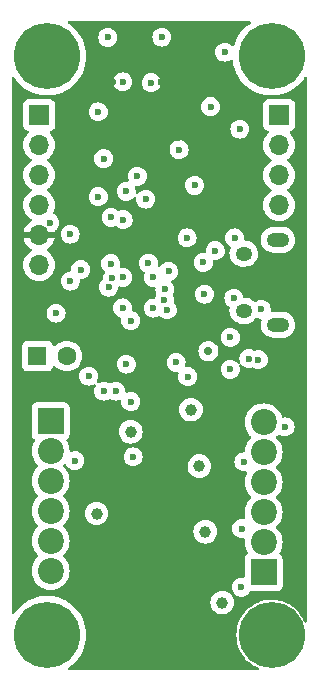
<source format=gbr>
%TF.GenerationSoftware,KiCad,Pcbnew,7.0.5*%
%TF.CreationDate,2023-12-24T21:30:35-08:00*%
%TF.ProjectId,Lyrav3,4c797261-7633-42e6-9b69-6361645f7063,rev?*%
%TF.SameCoordinates,Original*%
%TF.FileFunction,Copper,L3,Inr*%
%TF.FilePolarity,Positive*%
%FSLAX46Y46*%
G04 Gerber Fmt 4.6, Leading zero omitted, Abs format (unit mm)*
G04 Created by KiCad (PCBNEW 7.0.5) date 2023-12-24 21:30:35*
%MOMM*%
%LPD*%
G01*
G04 APERTURE LIST*
%TA.AperFunction,ComponentPad*%
%ADD10C,5.600000*%
%TD*%
%TA.AperFunction,ComponentPad*%
%ADD11O,1.700000X1.700000*%
%TD*%
%TA.AperFunction,ComponentPad*%
%ADD12R,1.700000X1.700000*%
%TD*%
%TA.AperFunction,ComponentPad*%
%ADD13C,1.600000*%
%TD*%
%TA.AperFunction,ComponentPad*%
%ADD14R,1.600000X1.600000*%
%TD*%
%TA.AperFunction,ComponentPad*%
%ADD15C,2.200000*%
%TD*%
%TA.AperFunction,ComponentPad*%
%ADD16R,2.200000X2.200000*%
%TD*%
%TA.AperFunction,ComponentPad*%
%ADD17O,1.400000X1.200000*%
%TD*%
%TA.AperFunction,ComponentPad*%
%ADD18O,1.900000X1.200000*%
%TD*%
%TA.AperFunction,ViaPad*%
%ADD19C,0.600000*%
%TD*%
%TA.AperFunction,ViaPad*%
%ADD20C,1.000000*%
%TD*%
%TA.AperFunction,ViaPad*%
%ADD21C,0.700000*%
%TD*%
G04 APERTURE END LIST*
D10*
%TO.N,GND*%
%TO.C,H3*%
X3000000Y3000000D03*
%TD*%
D11*
%TO.N,/BRKOUT4*%
%TO.C,J8*%
X22648000Y39396000D03*
%TO.N,/BRKOUT3*%
X22648000Y41936000D03*
%TO.N,/BRKOUT2*%
X22648000Y44476000D03*
D12*
%TO.N,/BRKOUT1*%
X22648000Y47016000D03*
%TD*%
D10*
%TO.N,GND*%
%TO.C,H1*%
X3000000Y52000000D03*
%TD*%
%TO.N,GND*%
%TO.C,H2*%
X22000000Y52000000D03*
%TD*%
%TO.N,GND*%
%TO.C,H4*%
X22000000Y3000000D03*
%TD*%
D13*
%TO.N,GND*%
%TO.C,C9*%
X4664800Y26619800D03*
D14*
%TO.N,+12P*%
X2164800Y26619800D03*
%TD*%
D15*
%TO.N,+BATT*%
%TO.C,J2*%
X3293200Y8433400D03*
%TO.N,GND*%
X3293200Y10973400D03*
%TO.N,+BATT*%
X3293200Y13513400D03*
%TO.N,+12V*%
X3293200Y16053400D03*
%TO.N,+12P*%
X3293200Y18593400D03*
D16*
%TO.N,/P4-*%
X3293200Y21133400D03*
%TD*%
D15*
%TO.N,/P3-*%
%TO.C,J9*%
X21327200Y21006400D03*
%TO.N,+12P*%
X21327200Y18466400D03*
%TO.N,/P2-*%
X21327200Y15926400D03*
%TO.N,+12P*%
X21327200Y13386400D03*
%TO.N,/P1-*%
X21327200Y10846400D03*
D16*
%TO.N,+12P*%
X21327200Y8306400D03*
%TD*%
D11*
%TO.N,GND*%
%TO.C,J6*%
X2328000Y34326000D03*
%TO.N,+3V3*%
X2328000Y36866000D03*
%TO.N,+12P*%
X2328000Y39406000D03*
%TO.N,/BRKOUT5*%
X2328000Y41946000D03*
%TO.N,/BRKOUT6*%
X2328000Y44486000D03*
D12*
%TO.N,/BRKOUT7*%
X2328000Y47026000D03*
%TD*%
D17*
%TO.N,unconnected-(J7-Shield-Pad6)*%
%TO.C,J7*%
X19639100Y30448200D03*
%TO.N,N/C*%
X19639100Y35288200D03*
D18*
X22539100Y36468200D03*
X22539100Y29268200D03*
%TD*%
D19*
%TO.N,+3V3*%
X9861883Y27172407D03*
%TO.N,/I2C1 SCL*%
X7789000Y43333000D03*
X11345000Y39904000D03*
%TO.N,GND*%
X9704502Y25934000D03*
%TO.N,/P4 EN *%
X10075000Y22759000D03*
X10075000Y29617000D03*
%TO.N,GND*%
X13916317Y26072003D03*
%TO.N,Net-(D4-RK)*%
X6519000Y24918000D03*
%TO.N,Net-(D4-GK)*%
X7789000Y23648000D03*
%TO.N,Net-(D4-BK)*%
X8805000Y23648000D03*
%TO.N,+3V3*%
X13758000Y28601000D03*
D20*
X10532200Y3556600D03*
X13300800Y3582000D03*
%TO.N,GND*%
X17822000Y5741000D03*
D19*
X3750400Y30252000D03*
X10633800Y41834400D03*
%TO.N,/QSPI_SS*%
X18025200Y52350000D03*
X18863400Y36627400D03*
X17237800Y35535200D03*
X14901614Y24876915D03*
%TO.N,+3V3*%
X8957399Y36906801D03*
%TO.N,/BUZZER*%
X8424000Y38354600D03*
%TO.N,+3V3*%
X7179400Y42113702D03*
%TO.N,GND*%
X15485200Y41072400D03*
X12716600Y53620000D03*
%TO.N,+3V3*%
X12608400Y49784600D03*
%TO.N,GND*%
X11808400Y49759200D03*
%TO.N,+3V3*%
X8604400Y49784600D03*
%TO.N,GND*%
X9408400Y49835400D03*
%TO.N,+3V3*%
X6722200Y54128000D03*
%TO.N,/RUN*%
X8144600Y53594600D03*
X8373208Y34443000D03*
%TO.N,/BATT SENSE *%
X4944200Y36932200D03*
%TO.N,GND*%
X3217002Y37897398D03*
X9440000Y38176800D03*
X14850200Y36627400D03*
X16320800Y31852200D03*
X16219200Y34544600D03*
%TO.N,+3V3*%
X17009200Y28728000D03*
%TO.N,Net-(D2-A)*%
X18507800Y28194600D03*
%TO.N,GND*%
X18507800Y25494800D03*
%TO.N,+1V1*%
X12970600Y32258600D03*
D20*
%TO.N,GND*%
X7179400Y13284800D03*
D19*
X19422200Y7036400D03*
X19473000Y12014800D03*
D20*
X15173441Y22085312D03*
D19*
X19650800Y17653600D03*
X18812600Y31522000D03*
%TO.N,VBUS*%
X21124000Y30582200D03*
X10276100Y18085400D03*
%TO.N,GND*%
X5350600Y17755200D03*
D20*
X16395088Y11739491D03*
X15893600Y17298000D03*
X10076100Y20207751D03*
D19*
%TO.N,/I2C1 SCL*%
X7331800Y47295400D03*
X16831400Y47727200D03*
%TO.N,GND*%
X14164400Y44095000D03*
%TO.N,+3V3*%
X14037400Y45060200D03*
%TO.N,GND*%
X19320600Y45822200D03*
%TO.N,+3V3*%
X19295200Y43764800D03*
X8675024Y39969734D03*
%TO.N,GND*%
X7331800Y40107200D03*
X9694000Y40564400D03*
%TO.N,+3V3*%
X9821000Y43450400D03*
%TO.N,/BATT SENSE *%
X11573600Y34468400D03*
%TO.N,+3V3*%
X13656400Y36068600D03*
%TO.N,+1V1*%
X13275400Y33782600D03*
%TO.N,+3V3*%
X14697800Y35027200D03*
X14748600Y32360200D03*
%TO.N,GND*%
X9389200Y33274600D03*
X11980000Y33274600D03*
X11980000Y30683800D03*
X9389200Y30683800D03*
%TO.N,+3V3*%
X4360000Y29185200D03*
%TO.N,/SWCLK*%
X8200443Y32456680D03*
%TO.N,/SWD*%
X8500200Y33198400D03*
%TO.N,+1V1*%
X5833200Y33935000D03*
%TO.N,+3V3*%
X5861710Y31963400D03*
%TO.N,GND*%
X4950347Y32960200D03*
X23156000Y20625400D03*
%TO.N,+3V3*%
X23098400Y22708200D03*
%TO.N,/QSPI_SCLK*%
X20084608Y26405581D03*
%TO.N,/QSPI_SD3*%
X20879600Y26316178D03*
%TO.N,/QSPI_SCLK*%
X13176600Y30531400D03*
%TO.N,/QSPI_SD3*%
X12927931Y31326150D03*
D21*
%TO.N,GND*%
X16650427Y27024533D03*
%TD*%
%TA.AperFunction,Conductor*%
%TO.N,+3V3*%
G36*
X20203786Y54979815D02*
G01*
X20249541Y54927011D01*
X20259485Y54857853D01*
X20230460Y54794297D01*
X20200677Y54769252D01*
X20145081Y54735800D01*
X20056768Y54668667D01*
X19860172Y54519219D01*
X19860163Y54519211D01*
X19600331Y54273086D01*
X19368641Y54000320D01*
X19368634Y54000310D01*
X19167790Y53704087D01*
X19167784Y53704078D01*
X19000151Y53387889D01*
X19000142Y53387871D01*
X18867674Y53055400D01*
X18867673Y53055397D01*
X18834180Y52934766D01*
X18797278Y52875436D01*
X18734157Y52845476D01*
X18664860Y52854397D01*
X18627019Y52880259D01*
X18527462Y52979816D01*
X18374723Y53075789D01*
X18204454Y53135369D01*
X18204449Y53135370D01*
X18025204Y53155565D01*
X18025196Y53155565D01*
X17845950Y53135370D01*
X17845945Y53135369D01*
X17675676Y53075789D01*
X17522937Y52979816D01*
X17395384Y52852263D01*
X17299411Y52699524D01*
X17239831Y52529255D01*
X17239830Y52529250D01*
X17219635Y52350004D01*
X17219635Y52349997D01*
X17239830Y52170751D01*
X17239831Y52170746D01*
X17299411Y52000477D01*
X17351296Y51917903D01*
X17395384Y51847738D01*
X17522938Y51720184D01*
X17675678Y51624211D01*
X17845945Y51564632D01*
X17845950Y51564631D01*
X18025196Y51544435D01*
X18025200Y51544435D01*
X18025204Y51544435D01*
X18204449Y51564631D01*
X18204452Y51564632D01*
X18204455Y51564632D01*
X18374722Y51624211D01*
X18526952Y51719864D01*
X18594187Y51738864D01*
X18661022Y51718497D01*
X18706237Y51665229D01*
X18715289Y51634931D01*
X18771926Y51289461D01*
X18771932Y51289435D01*
X18867672Y50944608D01*
X18867674Y50944601D01*
X19000142Y50612130D01*
X19000151Y50612112D01*
X19167784Y50295923D01*
X19167787Y50295918D01*
X19167789Y50295915D01*
X19358491Y50014650D01*
X19368634Y49999691D01*
X19368641Y49999681D01*
X19600331Y49726915D01*
X19600332Y49726914D01*
X19860163Y49480789D01*
X20145081Y49264200D01*
X20451747Y49079685D01*
X20451749Y49079684D01*
X20451751Y49079683D01*
X20451755Y49079681D01*
X20680546Y48973832D01*
X20776565Y48929409D01*
X21115726Y48815132D01*
X21465254Y48738195D01*
X21821052Y48699500D01*
X21821058Y48699500D01*
X22178942Y48699500D01*
X22178948Y48699500D01*
X22534746Y48738195D01*
X22884274Y48815132D01*
X23223435Y48929409D01*
X23548253Y49079685D01*
X23854919Y49264200D01*
X24139837Y49480789D01*
X24399668Y49726914D01*
X24631365Y49999689D01*
X24705291Y50108722D01*
X24772867Y50208388D01*
X24826781Y50252829D01*
X24896164Y50261067D01*
X24958985Y50230486D01*
X24995301Y50170796D01*
X24999500Y50138801D01*
X24999500Y4171910D01*
X24979815Y4104871D01*
X24927011Y4059116D01*
X24857853Y4049172D01*
X24794297Y4078197D01*
X24761641Y4122796D01*
X24667989Y4339905D01*
X24667986Y4339913D01*
X24494391Y4640587D01*
X24447119Y4704085D01*
X24287068Y4919072D01*
X24287063Y4919078D01*
X24171859Y5041186D01*
X24048809Y5171611D01*
X24048802Y5171617D01*
X24048800Y5171619D01*
X23782849Y5394779D01*
X23782841Y5394785D01*
X23492779Y5585562D01*
X23182523Y5741378D01*
X23182522Y5741379D01*
X22856263Y5860128D01*
X22670653Y5904118D01*
X22518435Y5940194D01*
X22173594Y5980500D01*
X21826406Y5980500D01*
X21481564Y5940194D01*
X21481565Y5940194D01*
X21143736Y5860128D01*
X20817477Y5741379D01*
X20817476Y5741378D01*
X20507220Y5585562D01*
X20217158Y5394785D01*
X20217150Y5394779D01*
X19951199Y5171619D01*
X19951189Y5171609D01*
X19712936Y4919078D01*
X19712931Y4919072D01*
X19505609Y4640589D01*
X19332016Y4339918D01*
X19332010Y4339905D01*
X19194499Y4021119D01*
X19094924Y3688512D01*
X19094921Y3688498D01*
X19034637Y3346613D01*
X19034636Y3346602D01*
X19014449Y3000004D01*
X19014449Y2999997D01*
X19034636Y2653399D01*
X19034637Y2653388D01*
X19094921Y2311503D01*
X19094924Y2311489D01*
X19094925Y2311485D01*
X19101526Y2289435D01*
X19194499Y1978882D01*
X19332010Y1660096D01*
X19332016Y1660083D01*
X19505609Y1359412D01*
X19712931Y1080929D01*
X19712936Y1080923D01*
X19789577Y999689D01*
X19951191Y828389D01*
X19951197Y828384D01*
X19951199Y828382D01*
X20217150Y605222D01*
X20217158Y605216D01*
X20507220Y414439D01*
X20817476Y258623D01*
X20817477Y258622D01*
X20817480Y258621D01*
X20817484Y258619D01*
X20863229Y241969D01*
X20865831Y241022D01*
X20922095Y199595D01*
X20947030Y134326D01*
X20932720Y65938D01*
X20883708Y16142D01*
X20823420Y500D01*
X4863253Y500D01*
X4796214Y20185D01*
X4750459Y72989D01*
X4740515Y142147D01*
X4769540Y205703D01*
X4799322Y230749D01*
X4854919Y264200D01*
X5139837Y480789D01*
X5399668Y726914D01*
X5631365Y999689D01*
X5832211Y1295915D01*
X5999853Y1612120D01*
X6132324Y1944597D01*
X6228071Y2289448D01*
X6285972Y2642629D01*
X6305348Y3000000D01*
X6285972Y3357371D01*
X6228071Y3710552D01*
X6132324Y4055403D01*
X5999853Y4387880D01*
X5832211Y4704085D01*
X5631365Y5000311D01*
X5631361Y5000316D01*
X5631358Y5000320D01*
X5399668Y5273086D01*
X5311855Y5356267D01*
X5139837Y5519211D01*
X5139830Y5519217D01*
X5139827Y5519219D01*
X5052552Y5585563D01*
X4854919Y5735800D01*
X4846277Y5741000D01*
X16816659Y5741000D01*
X16835975Y5544871D01*
X16835976Y5544868D01*
X16881503Y5394785D01*
X16893188Y5356267D01*
X16986086Y5182468D01*
X16986090Y5182461D01*
X17111116Y5030117D01*
X17263460Y4905091D01*
X17263467Y4905087D01*
X17437266Y4812189D01*
X17437269Y4812189D01*
X17437273Y4812186D01*
X17625868Y4754976D01*
X17822000Y4735659D01*
X18018132Y4754976D01*
X18206727Y4812186D01*
X18238566Y4829204D01*
X18380532Y4905087D01*
X18380538Y4905090D01*
X18532883Y5030117D01*
X18657910Y5182462D01*
X18750814Y5356273D01*
X18808024Y5544868D01*
X18827341Y5741000D01*
X18808024Y5937132D01*
X18750814Y6125727D01*
X18750811Y6125731D01*
X18750811Y6125734D01*
X18657913Y6299533D01*
X18657909Y6299540D01*
X18532883Y6451884D01*
X18380539Y6576910D01*
X18380532Y6576914D01*
X18206733Y6669812D01*
X18206727Y6669814D01*
X18018132Y6727024D01*
X18018129Y6727025D01*
X17822000Y6746341D01*
X17625870Y6727025D01*
X17437266Y6669812D01*
X17263467Y6576914D01*
X17263460Y6576910D01*
X17111116Y6451884D01*
X16986090Y6299540D01*
X16986086Y6299533D01*
X16893188Y6125734D01*
X16835975Y5937130D01*
X16816659Y5741000D01*
X4846277Y5741000D01*
X4548253Y5920315D01*
X4548252Y5920316D01*
X4548248Y5920318D01*
X4548244Y5920320D01*
X4223447Y6070586D01*
X4223441Y6070589D01*
X4223435Y6070591D01*
X4053854Y6127730D01*
X3884273Y6184869D01*
X3534744Y6261806D01*
X3178949Y6300500D01*
X3178948Y6300500D01*
X2821052Y6300500D01*
X2821050Y6300500D01*
X2465255Y6261806D01*
X2115726Y6184869D01*
X1859969Y6098694D01*
X1776565Y6070591D01*
X1776562Y6070590D01*
X1776563Y6070590D01*
X1776552Y6070586D01*
X1451755Y5920320D01*
X1451751Y5920318D01*
X1223367Y5782904D01*
X1145081Y5735800D01*
X1056768Y5668667D01*
X860172Y5519219D01*
X860163Y5519211D01*
X600331Y5273086D01*
X368641Y5000320D01*
X368633Y5000310D01*
X227133Y4791612D01*
X173219Y4747171D01*
X103836Y4738933D01*
X41015Y4769514D01*
X4699Y4829204D01*
X500Y4861199D01*
X500Y8433400D01*
X1687751Y8433400D01*
X1707517Y8182249D01*
X1766326Y7937290D01*
X1862733Y7704541D01*
X1994360Y7489747D01*
X1994361Y7489744D01*
X1994364Y7489741D01*
X2157976Y7298176D01*
X2254596Y7215655D01*
X2349543Y7134562D01*
X2349546Y7134561D01*
X2564340Y7002934D01*
X2658179Y6964065D01*
X2797089Y6906527D01*
X3042052Y6847717D01*
X3293200Y6827951D01*
X3544348Y6847717D01*
X3789311Y6906527D01*
X4022059Y7002934D01*
X4076665Y7036397D01*
X18616635Y7036397D01*
X18636830Y6857151D01*
X18636831Y6857146D01*
X18696411Y6686877D01*
X18792382Y6534141D01*
X18792384Y6534138D01*
X18919938Y6406584D01*
X19072678Y6310611D01*
X19212155Y6261806D01*
X19242945Y6251032D01*
X19242950Y6251031D01*
X19422196Y6230835D01*
X19422200Y6230835D01*
X19422204Y6230835D01*
X19601449Y6251031D01*
X19601452Y6251032D01*
X19601455Y6251032D01*
X19771722Y6310611D01*
X19924462Y6406584D01*
X20052016Y6534138D01*
X20123480Y6647874D01*
X20175813Y6694164D01*
X20228468Y6705901D01*
X22475072Y6705901D01*
X22534683Y6712309D01*
X22669531Y6762604D01*
X22784746Y6848854D01*
X22870996Y6964069D01*
X22921291Y7098917D01*
X22927700Y7158527D01*
X22927699Y9454272D01*
X22921291Y9513883D01*
X22885341Y9610269D01*
X22870997Y9648729D01*
X22870993Y9648736D01*
X22784747Y9763945D01*
X22708094Y9821328D01*
X22666224Y9877262D01*
X22661240Y9946954D01*
X22676676Y9985379D01*
X22757666Y10117541D01*
X22854073Y10350289D01*
X22912883Y10595252D01*
X22932649Y10846400D01*
X22912883Y11097548D01*
X22854073Y11342511D01*
X22783646Y11512538D01*
X22757666Y11575260D01*
X22626039Y11790054D01*
X22626038Y11790057D01*
X22462424Y11981624D01*
X22462423Y11981624D01*
X22415019Y12022111D01*
X22376827Y12080616D01*
X22376328Y12150484D01*
X22413682Y12209530D01*
X22414956Y12210636D01*
X22462424Y12251176D01*
X22626036Y12442741D01*
X22757666Y12657541D01*
X22854073Y12890289D01*
X22912883Y13135252D01*
X22932649Y13386400D01*
X22912883Y13637548D01*
X22854073Y13882511D01*
X22807196Y13995683D01*
X22757666Y14115260D01*
X22626039Y14330054D01*
X22626038Y14330057D01*
X22462424Y14521624D01*
X22415019Y14562112D01*
X22376827Y14620616D01*
X22376328Y14690484D01*
X22413682Y14749530D01*
X22415020Y14750690D01*
X22462424Y14791176D01*
X22626036Y14982741D01*
X22757666Y15197541D01*
X22854073Y15430289D01*
X22912883Y15675252D01*
X22932649Y15926400D01*
X22912883Y16177548D01*
X22854073Y16422511D01*
X22837679Y16462090D01*
X22757666Y16655260D01*
X22626039Y16870054D01*
X22626038Y16870057D01*
X22462424Y17061624D01*
X22462423Y17061624D01*
X22415019Y17102111D01*
X22376827Y17160616D01*
X22376328Y17230484D01*
X22413682Y17289530D01*
X22414956Y17290636D01*
X22462424Y17331176D01*
X22626036Y17522741D01*
X22757666Y17737541D01*
X22854073Y17970289D01*
X22912883Y18215252D01*
X22932649Y18466400D01*
X22912883Y18717548D01*
X22854073Y18962511D01*
X22757666Y19195259D01*
X22757666Y19195260D01*
X22626039Y19410054D01*
X22626038Y19410057D01*
X22462424Y19601624D01*
X22442695Y19618474D01*
X22415019Y19642111D01*
X22376827Y19700616D01*
X22376328Y19770484D01*
X22413682Y19829530D01*
X22414956Y19830636D01*
X22462424Y19871176D01*
X22528820Y19948917D01*
X22587324Y19987107D01*
X22657192Y19987607D01*
X22689080Y19973377D01*
X22764610Y19925918D01*
X22806478Y19899611D01*
X22887738Y19871177D01*
X22976745Y19840032D01*
X22976750Y19840031D01*
X23155996Y19819835D01*
X23156000Y19819835D01*
X23156004Y19819835D01*
X23335249Y19840031D01*
X23335252Y19840032D01*
X23335255Y19840032D01*
X23505522Y19899611D01*
X23658262Y19995584D01*
X23785816Y20123138D01*
X23881789Y20275878D01*
X23941368Y20446145D01*
X23941369Y20446151D01*
X23961565Y20625397D01*
X23961565Y20625404D01*
X23941369Y20804650D01*
X23941368Y20804655D01*
X23901485Y20918634D01*
X23881789Y20974922D01*
X23862009Y21006401D01*
X23815782Y21079971D01*
X23785816Y21127662D01*
X23658262Y21255216D01*
X23654544Y21257552D01*
X23505523Y21351189D01*
X23335254Y21410769D01*
X23335249Y21410770D01*
X23156004Y21430965D01*
X23155996Y21430965D01*
X22987628Y21411995D01*
X22918806Y21424050D01*
X22867427Y21471399D01*
X22856485Y21498172D01*
X22855579Y21497877D01*
X22854073Y21502510D01*
X22757666Y21735260D01*
X22626039Y21950054D01*
X22626038Y21950057D01*
X22555017Y22033211D01*
X22462424Y22141624D01*
X22327643Y22256738D01*
X22270856Y22305239D01*
X22270853Y22305240D01*
X22056059Y22436867D01*
X21823310Y22533274D01*
X21578351Y22592083D01*
X21327200Y22611849D01*
X21076048Y22592083D01*
X20831089Y22533274D01*
X20598340Y22436867D01*
X20383546Y22305240D01*
X20383543Y22305239D01*
X20191976Y22141624D01*
X20028361Y21950057D01*
X20028360Y21950054D01*
X19896733Y21735260D01*
X19800326Y21502511D01*
X19741517Y21257552D01*
X19721751Y21006401D01*
X19741517Y20755249D01*
X19800326Y20510290D01*
X19896733Y20277541D01*
X20028360Y20062747D01*
X20028361Y20062744D01*
X20104688Y19973377D01*
X20191976Y19871176D01*
X20239379Y19830690D01*
X20277571Y19772185D01*
X20278071Y19702317D01*
X20240717Y19643271D01*
X20239380Y19642112D01*
X20191977Y19601625D01*
X20028361Y19410057D01*
X20028360Y19410054D01*
X19896733Y19195260D01*
X19800326Y18962511D01*
X19763998Y18811189D01*
X19741517Y18717548D01*
X19734589Y18629530D01*
X19729841Y18569198D01*
X19704956Y18503910D01*
X19648725Y18462439D01*
X19620107Y18455708D01*
X19471549Y18438970D01*
X19471545Y18438969D01*
X19301276Y18379389D01*
X19148537Y18283416D01*
X19020984Y18155863D01*
X18925011Y18003124D01*
X18865431Y17832855D01*
X18865430Y17832850D01*
X18845235Y17653604D01*
X18845235Y17653597D01*
X18865430Y17474351D01*
X18865431Y17474346D01*
X18925011Y17304077D01*
X19015154Y17160616D01*
X19020984Y17151338D01*
X19148538Y17023784D01*
X19301278Y16927811D01*
X19466324Y16870059D01*
X19471545Y16868232D01*
X19471550Y16868231D01*
X19650796Y16848035D01*
X19650800Y16848035D01*
X19650803Y16848035D01*
X19789628Y16863677D01*
X19858450Y16851623D01*
X19909830Y16804274D01*
X19927454Y16736663D01*
X19909241Y16675669D01*
X19896732Y16655256D01*
X19800326Y16422511D01*
X19741517Y16177552D01*
X19721751Y15926400D01*
X19741517Y15675249D01*
X19800326Y15430290D01*
X19896733Y15197541D01*
X20028360Y14982747D01*
X20028361Y14982744D01*
X20028364Y14982741D01*
X20191976Y14791176D01*
X20201081Y14783400D01*
X20239379Y14750690D01*
X20277572Y14692183D01*
X20278070Y14622315D01*
X20240716Y14563269D01*
X20239379Y14562110D01*
X20191976Y14521624D01*
X20028361Y14330057D01*
X20028360Y14330054D01*
X19896733Y14115260D01*
X19800326Y13882511D01*
X19741517Y13637552D01*
X19721751Y13386401D01*
X19741517Y13135249D01*
X19785395Y12952485D01*
X19781904Y12882702D01*
X19741240Y12825885D01*
X19676314Y12800072D01*
X19650938Y12800318D01*
X19473004Y12820365D01*
X19472996Y12820365D01*
X19293750Y12800170D01*
X19293745Y12800169D01*
X19123476Y12740589D01*
X18970737Y12644616D01*
X18843184Y12517063D01*
X18747211Y12364324D01*
X18687631Y12194055D01*
X18687630Y12194050D01*
X18667435Y12014804D01*
X18667435Y12014797D01*
X18687630Y11835551D01*
X18687631Y11835546D01*
X18747211Y11665277D01*
X18823816Y11543362D01*
X18843184Y11512538D01*
X18970738Y11384984D01*
X19123478Y11289011D01*
X19293744Y11229432D01*
X19293745Y11229432D01*
X19293750Y11229431D01*
X19472996Y11209235D01*
X19473000Y11209235D01*
X19473002Y11209235D01*
X19517821Y11214286D01*
X19603500Y11223939D01*
X19672321Y11211885D01*
X19723700Y11164536D01*
X19741325Y11096926D01*
X19741001Y11090996D01*
X19721751Y10846400D01*
X19726692Y10783614D01*
X19741517Y10595249D01*
X19800326Y10350290D01*
X19896733Y10117541D01*
X19977720Y9985384D01*
X19995965Y9917938D01*
X19974849Y9851336D01*
X19946305Y9821328D01*
X19869652Y9763945D01*
X19783406Y9648736D01*
X19783402Y9648729D01*
X19733108Y9513883D01*
X19726701Y9454284D01*
X19726701Y9454277D01*
X19726700Y9454265D01*
X19726700Y7946413D01*
X19707015Y7879374D01*
X19654211Y7833619D01*
X19588817Y7823193D01*
X19422204Y7841965D01*
X19422196Y7841965D01*
X19242950Y7821770D01*
X19242945Y7821769D01*
X19072676Y7762189D01*
X18919937Y7666216D01*
X18792384Y7538663D01*
X18696411Y7385924D01*
X18636831Y7215655D01*
X18636830Y7215650D01*
X18616635Y7036404D01*
X18616635Y7036397D01*
X4076665Y7036397D01*
X4236859Y7134564D01*
X4428424Y7298176D01*
X4592036Y7489741D01*
X4723666Y7704541D01*
X4820073Y7937289D01*
X4878883Y8182252D01*
X4898649Y8433400D01*
X4878883Y8684548D01*
X4820073Y8929511D01*
X4723666Y9162259D01*
X4723666Y9162260D01*
X4592039Y9377054D01*
X4592038Y9377057D01*
X4428424Y9568624D01*
X4428423Y9568624D01*
X4381019Y9609111D01*
X4342827Y9667616D01*
X4342328Y9737484D01*
X4379682Y9796530D01*
X4380956Y9797636D01*
X4428424Y9838176D01*
X4592036Y10029741D01*
X4723666Y10244541D01*
X4820073Y10477289D01*
X4878883Y10722252D01*
X4898649Y10973400D01*
X4878883Y11224548D01*
X4820073Y11469511D01*
X4776271Y11575260D01*
X4723666Y11702260D01*
X4700850Y11739492D01*
X15389747Y11739492D01*
X15409063Y11543362D01*
X15466276Y11354758D01*
X15559174Y11180959D01*
X15559178Y11180952D01*
X15684204Y11028608D01*
X15836548Y10903582D01*
X15836555Y10903578D01*
X16010354Y10810680D01*
X16010357Y10810680D01*
X16010361Y10810677D01*
X16198956Y10753467D01*
X16395088Y10734150D01*
X16591220Y10753467D01*
X16779815Y10810677D01*
X16953626Y10903581D01*
X17105971Y11028608D01*
X17230998Y11180953D01*
X17323902Y11354764D01*
X17381112Y11543359D01*
X17400429Y11739491D01*
X17381112Y11935623D01*
X17323902Y12124218D01*
X17323899Y12124222D01*
X17323899Y12124225D01*
X17231001Y12298024D01*
X17230997Y12298031D01*
X17105971Y12450375D01*
X16953627Y12575401D01*
X16953620Y12575405D01*
X16779821Y12668303D01*
X16779815Y12668305D01*
X16591220Y12725515D01*
X16591217Y12725516D01*
X16395088Y12744832D01*
X16198958Y12725516D01*
X16010354Y12668303D01*
X15836555Y12575405D01*
X15836548Y12575401D01*
X15684204Y12450375D01*
X15559178Y12298031D01*
X15559174Y12298024D01*
X15466276Y12124225D01*
X15409063Y11935621D01*
X15389747Y11739492D01*
X4700850Y11739492D01*
X4592039Y11917054D01*
X4592038Y11917057D01*
X4428424Y12108624D01*
X4419319Y12116400D01*
X4381019Y12149111D01*
X4342827Y12207616D01*
X4342328Y12277484D01*
X4379682Y12336530D01*
X4380956Y12337636D01*
X4428424Y12378176D01*
X4592036Y12569741D01*
X4723666Y12784541D01*
X4820073Y13017289D01*
X4878883Y13262252D01*
X4880658Y13284800D01*
X6174059Y13284800D01*
X6193375Y13088671D01*
X6250588Y12900067D01*
X6343486Y12726268D01*
X6343490Y12726261D01*
X6468516Y12573917D01*
X6620860Y12448891D01*
X6620867Y12448887D01*
X6794666Y12355989D01*
X6794669Y12355989D01*
X6794673Y12355986D01*
X6983268Y12298776D01*
X7179400Y12279459D01*
X7375532Y12298776D01*
X7564127Y12355986D01*
X7579727Y12364324D01*
X7726434Y12442741D01*
X7737938Y12448890D01*
X7890283Y12573917D01*
X8015310Y12726262D01*
X8098929Y12882702D01*
X8108211Y12900067D01*
X8108211Y12900068D01*
X8108214Y12900073D01*
X8165424Y13088668D01*
X8184741Y13284800D01*
X8165424Y13480932D01*
X8108214Y13669527D01*
X8108211Y13669531D01*
X8108211Y13669534D01*
X8015313Y13843333D01*
X8015309Y13843340D01*
X7890283Y13995684D01*
X7737939Y14120710D01*
X7737932Y14120714D01*
X7564133Y14213612D01*
X7564127Y14213614D01*
X7375532Y14270824D01*
X7375529Y14270825D01*
X7179400Y14290141D01*
X6983270Y14270825D01*
X6794666Y14213612D01*
X6620867Y14120714D01*
X6620860Y14120710D01*
X6468516Y13995684D01*
X6343490Y13843340D01*
X6343486Y13843333D01*
X6250588Y13669534D01*
X6193375Y13480930D01*
X6174059Y13284800D01*
X4880658Y13284800D01*
X4898649Y13513400D01*
X4878883Y13764548D01*
X4820073Y14009511D01*
X4774013Y14120710D01*
X4723666Y14242260D01*
X4592039Y14457054D01*
X4592038Y14457057D01*
X4428424Y14648624D01*
X4419318Y14656401D01*
X4381019Y14689111D01*
X4342827Y14747616D01*
X4342328Y14817484D01*
X4379682Y14876530D01*
X4380956Y14877636D01*
X4428424Y14918176D01*
X4592036Y15109741D01*
X4723666Y15324541D01*
X4820073Y15557289D01*
X4878883Y15802252D01*
X4898649Y16053400D01*
X4878883Y16304548D01*
X4820073Y16549511D01*
X4767817Y16675669D01*
X4723666Y16782260D01*
X4592039Y16997054D01*
X4592038Y16997057D01*
X4428424Y17188624D01*
X4392736Y17219104D01*
X4381019Y17229111D01*
X4342827Y17287616D01*
X4342328Y17357484D01*
X4379682Y17416530D01*
X4380966Y17417644D01*
X4427738Y17457591D01*
X4491496Y17486160D01*
X4560582Y17475723D01*
X4613058Y17429593D01*
X4621624Y17411875D01*
X4621788Y17411953D01*
X4624807Y17405684D01*
X4688651Y17304077D01*
X4720784Y17252938D01*
X4848338Y17125384D01*
X5001078Y17029411D01*
X5093549Y16997054D01*
X5171345Y16969832D01*
X5171350Y16969831D01*
X5350596Y16949635D01*
X5350600Y16949635D01*
X5350604Y16949635D01*
X5529849Y16969831D01*
X5529852Y16969832D01*
X5529855Y16969832D01*
X5700122Y17029411D01*
X5852862Y17125384D01*
X5980416Y17252938D01*
X6076389Y17405678D01*
X6135968Y17575945D01*
X6135969Y17575951D01*
X6156165Y17755197D01*
X6156165Y17755204D01*
X6135969Y17934450D01*
X6135968Y17934455D01*
X6111940Y18003124D01*
X6083151Y18085397D01*
X9470535Y18085397D01*
X9490730Y17906151D01*
X9490731Y17906146D01*
X9550311Y17735877D01*
X9627260Y17613415D01*
X9646284Y17583138D01*
X9773838Y17455584D01*
X9926578Y17359611D01*
X9932657Y17357484D01*
X10096845Y17300032D01*
X10096850Y17300031D01*
X10276096Y17279835D01*
X10276100Y17279835D01*
X10276104Y17279835D01*
X10437323Y17298000D01*
X14888259Y17298000D01*
X14907575Y17101871D01*
X14964788Y16913267D01*
X15057686Y16739468D01*
X15057690Y16739461D01*
X15182716Y16587117D01*
X15335060Y16462091D01*
X15335067Y16462087D01*
X15508866Y16369189D01*
X15508869Y16369189D01*
X15508873Y16369186D01*
X15697468Y16311976D01*
X15893600Y16292659D01*
X16089732Y16311976D01*
X16278327Y16369186D01*
X16452138Y16462090D01*
X16604483Y16587117D01*
X16729510Y16739462D01*
X16822414Y16913273D01*
X16879624Y17101868D01*
X16898941Y17298000D01*
X16879624Y17494132D01*
X16822414Y17682727D01*
X16822411Y17682731D01*
X16822411Y17682734D01*
X16729513Y17856533D01*
X16729509Y17856540D01*
X16604483Y18008884D01*
X16452139Y18133910D01*
X16452132Y18133914D01*
X16278333Y18226812D01*
X16278327Y18226814D01*
X16152596Y18264954D01*
X16089729Y18284025D01*
X15893600Y18303341D01*
X15697470Y18284025D01*
X15508866Y18226812D01*
X15335067Y18133914D01*
X15335060Y18133910D01*
X15182716Y18008884D01*
X15057690Y17856540D01*
X15057686Y17856533D01*
X14964788Y17682734D01*
X14907575Y17494130D01*
X14888259Y17298000D01*
X10437323Y17298000D01*
X10455349Y17300031D01*
X10455352Y17300032D01*
X10455355Y17300032D01*
X10625622Y17359611D01*
X10778362Y17455584D01*
X10905916Y17583138D01*
X11001889Y17735878D01*
X11061468Y17906145D01*
X11061469Y17906151D01*
X11081665Y18085397D01*
X11081665Y18085404D01*
X11061469Y18264650D01*
X11061468Y18264655D01*
X11034317Y18342249D01*
X11001889Y18434922D01*
X10999345Y18438970D01*
X10935507Y18540568D01*
X10905916Y18587662D01*
X10778362Y18715216D01*
X10774644Y18717552D01*
X10625623Y18811189D01*
X10455354Y18870769D01*
X10455349Y18870770D01*
X10276104Y18890965D01*
X10276096Y18890965D01*
X10096850Y18870770D01*
X10096845Y18870769D01*
X9926576Y18811189D01*
X9773837Y18715216D01*
X9646284Y18587663D01*
X9550311Y18434924D01*
X9490731Y18264655D01*
X9490730Y18264650D01*
X9470535Y18085404D01*
X9470535Y18085397D01*
X6083151Y18085397D01*
X6076389Y18104722D01*
X6058046Y18133914D01*
X6006938Y18215252D01*
X5980416Y18257462D01*
X5852862Y18385016D01*
X5817186Y18407433D01*
X5700123Y18480989D01*
X5529854Y18540569D01*
X5529849Y18540570D01*
X5350604Y18560765D01*
X5350596Y18560765D01*
X5171350Y18540570D01*
X5171342Y18540568D01*
X5061945Y18502288D01*
X4992166Y18498727D01*
X4931539Y18533456D01*
X4899312Y18595449D01*
X4897375Y18609585D01*
X4878883Y18844548D01*
X4820073Y19089511D01*
X4773309Y19202410D01*
X4723666Y19322260D01*
X4642679Y19454417D01*
X4624434Y19521862D01*
X4645550Y19588465D01*
X4674091Y19618471D01*
X4750746Y19675854D01*
X4836996Y19791069D01*
X4887291Y19925917D01*
X4893700Y19985527D01*
X4893700Y20207752D01*
X9070759Y20207752D01*
X9090075Y20011622D01*
X9090076Y20011619D01*
X9145312Y19829530D01*
X9147288Y19823018D01*
X9240186Y19649219D01*
X9240190Y19649212D01*
X9365216Y19496868D01*
X9517560Y19371842D01*
X9517567Y19371838D01*
X9691366Y19278940D01*
X9691369Y19278940D01*
X9691373Y19278937D01*
X9879968Y19221727D01*
X10076100Y19202410D01*
X10272232Y19221727D01*
X10460827Y19278937D01*
X10634638Y19371841D01*
X10786983Y19496868D01*
X10912010Y19649213D01*
X10987835Y19791072D01*
X11004911Y19823018D01*
X11004911Y19823019D01*
X11004914Y19823024D01*
X11062124Y20011619D01*
X11081441Y20207751D01*
X11062124Y20403883D01*
X11004914Y20592478D01*
X11004911Y20592482D01*
X11004911Y20592485D01*
X10912013Y20766284D01*
X10912009Y20766291D01*
X10786983Y20918635D01*
X10634639Y21043661D01*
X10634632Y21043665D01*
X10460833Y21136563D01*
X10460827Y21136565D01*
X10272232Y21193775D01*
X10272229Y21193776D01*
X10076100Y21213092D01*
X9879970Y21193776D01*
X9691366Y21136563D01*
X9517567Y21043665D01*
X9517560Y21043661D01*
X9365216Y20918635D01*
X9240190Y20766291D01*
X9240186Y20766284D01*
X9147288Y20592485D01*
X9090075Y20403881D01*
X9070759Y20207752D01*
X4893700Y20207752D01*
X4893699Y22281272D01*
X4887291Y22340883D01*
X4851491Y22436867D01*
X4836997Y22475729D01*
X4836993Y22475736D01*
X4750747Y22590945D01*
X4750744Y22590948D01*
X4635535Y22677194D01*
X4635528Y22677198D01*
X4500682Y22727492D01*
X4500683Y22727492D01*
X4441083Y22733899D01*
X4441081Y22733900D01*
X4441073Y22733900D01*
X4441064Y22733900D01*
X2145329Y22733900D01*
X2145323Y22733899D01*
X2085716Y22727492D01*
X1950871Y22677198D01*
X1950864Y22677194D01*
X1835655Y22590948D01*
X1835652Y22590945D01*
X1749406Y22475736D01*
X1749402Y22475729D01*
X1699108Y22340883D01*
X1695276Y22305236D01*
X1692701Y22281277D01*
X1692700Y22281265D01*
X1692700Y19985530D01*
X1692701Y19985524D01*
X1699108Y19925917D01*
X1749402Y19791072D01*
X1749406Y19791065D01*
X1835652Y19675856D01*
X1835655Y19675853D01*
X1912304Y19618473D01*
X1954175Y19562539D01*
X1959159Y19492848D01*
X1943720Y19454417D01*
X1862733Y19322260D01*
X1766326Y19089511D01*
X1707517Y18844552D01*
X1687751Y18593401D01*
X1707517Y18342249D01*
X1766326Y18097290D01*
X1862733Y17864541D01*
X1994360Y17649747D01*
X1994361Y17649744D01*
X1994364Y17649741D01*
X2157976Y17458176D01*
X2205379Y17417690D01*
X2243572Y17359183D01*
X2244070Y17289315D01*
X2206716Y17230269D01*
X2205379Y17229110D01*
X2157976Y17188624D01*
X1994361Y16997057D01*
X1994360Y16997054D01*
X1862733Y16782260D01*
X1766326Y16549511D01*
X1707517Y16304552D01*
X1687751Y16053400D01*
X1707517Y15802249D01*
X1766326Y15557290D01*
X1862733Y15324541D01*
X1994360Y15109747D01*
X1994361Y15109744D01*
X1994364Y15109741D01*
X2157976Y14918176D01*
X2202707Y14879972D01*
X2205378Y14877691D01*
X2243571Y14819184D01*
X2244069Y14749316D01*
X2206715Y14690270D01*
X2205379Y14689112D01*
X2157983Y14648632D01*
X2157976Y14648624D01*
X1994361Y14457057D01*
X1994360Y14457054D01*
X1862733Y14242260D01*
X1766326Y14009511D01*
X1707517Y13764552D01*
X1687751Y13513400D01*
X1707517Y13262249D01*
X1766326Y13017290D01*
X1862733Y12784541D01*
X1994360Y12569747D01*
X1994361Y12569744D01*
X1994364Y12569741D01*
X2157976Y12378176D01*
X2205378Y12337691D01*
X2205379Y12337690D01*
X2243572Y12279183D01*
X2244070Y12209315D01*
X2206716Y12150269D01*
X2205379Y12149110D01*
X2157976Y12108624D01*
X1994361Y11917057D01*
X1994360Y11917054D01*
X1862733Y11702260D01*
X1766326Y11469511D01*
X1707517Y11224552D01*
X1687751Y10973400D01*
X1707517Y10722249D01*
X1766326Y10477290D01*
X1862733Y10244541D01*
X1994360Y10029747D01*
X1994361Y10029744D01*
X2032248Y9985384D01*
X2157976Y9838176D01*
X2205378Y9797691D01*
X2205379Y9797690D01*
X2243572Y9739183D01*
X2244070Y9669315D01*
X2206716Y9610269D01*
X2205379Y9609110D01*
X2157976Y9568624D01*
X1994361Y9377057D01*
X1994360Y9377054D01*
X1862733Y9162260D01*
X1766326Y8929511D01*
X1707517Y8684552D01*
X1687751Y8433400D01*
X500Y8433400D01*
X500Y24917997D01*
X5713435Y24917997D01*
X5733630Y24738751D01*
X5733631Y24738746D01*
X5793211Y24568477D01*
X5793212Y24568476D01*
X5889184Y24415738D01*
X6016738Y24288184D01*
X6169478Y24192211D01*
X6339744Y24132632D01*
X6339745Y24132632D01*
X6339750Y24132631D01*
X6518996Y24112435D01*
X6519000Y24112435D01*
X6519004Y24112435D01*
X6698249Y24132631D01*
X6698252Y24132632D01*
X6698255Y24132632D01*
X6868522Y24192211D01*
X6932352Y24232319D01*
X6999587Y24251319D01*
X7066423Y24230952D01*
X7111637Y24177685D01*
X7120876Y24108429D01*
X7103318Y24061353D01*
X7063211Y23997524D01*
X7003631Y23827255D01*
X7003630Y23827250D01*
X6983435Y23648004D01*
X6983435Y23647997D01*
X7003630Y23468751D01*
X7003631Y23468746D01*
X7063211Y23298477D01*
X7086595Y23261262D01*
X7159184Y23145738D01*
X7286738Y23018184D01*
X7439478Y22922211D01*
X7609739Y22862634D01*
X7609745Y22862632D01*
X7609750Y22862631D01*
X7788996Y22842435D01*
X7789000Y22842435D01*
X7789004Y22842435D01*
X7968249Y22862631D01*
X7968252Y22862632D01*
X7968255Y22862632D01*
X8138522Y22922211D01*
X8231027Y22980337D01*
X8298264Y22999337D01*
X8362973Y22980336D01*
X8455475Y22922212D01*
X8625745Y22862632D01*
X8625750Y22862631D01*
X8804996Y22842435D01*
X8805000Y22842435D01*
X8805004Y22842435D01*
X8984249Y22862631D01*
X8984251Y22862632D01*
X8984255Y22862632D01*
X8984258Y22862634D01*
X8984262Y22862634D01*
X9107024Y22905590D01*
X9176803Y22909152D01*
X9237430Y22874424D01*
X9269658Y22812430D01*
X9271200Y22774669D01*
X9269435Y22759000D01*
X9269435Y22758997D01*
X9289630Y22579751D01*
X9289631Y22579746D01*
X9349211Y22409477D01*
X9429660Y22281444D01*
X9445184Y22256738D01*
X9572738Y22129184D01*
X9725478Y22033211D01*
X9895744Y21973633D01*
X9895745Y21973632D01*
X9895750Y21973631D01*
X10074996Y21953435D01*
X10075000Y21953435D01*
X10075004Y21953435D01*
X10254249Y21973631D01*
X10254252Y21973632D01*
X10254255Y21973632D01*
X10424522Y22033211D01*
X10507440Y22085312D01*
X14168100Y22085312D01*
X14187416Y21889183D01*
X14187417Y21889180D01*
X14234108Y21735260D01*
X14244629Y21700579D01*
X14337527Y21526780D01*
X14337531Y21526773D01*
X14462557Y21374429D01*
X14614901Y21249403D01*
X14614908Y21249399D01*
X14788707Y21156501D01*
X14788710Y21156501D01*
X14788714Y21156498D01*
X14977309Y21099288D01*
X15173441Y21079971D01*
X15369573Y21099288D01*
X15558168Y21156498D01*
X15731979Y21249402D01*
X15884324Y21374429D01*
X16009351Y21526774D01*
X16102255Y21700585D01*
X16159465Y21889180D01*
X16178782Y22085312D01*
X16159465Y22281444D01*
X16102255Y22470039D01*
X16102252Y22470043D01*
X16102252Y22470046D01*
X16009354Y22643845D01*
X16009350Y22643852D01*
X15884324Y22796196D01*
X15731980Y22921222D01*
X15731973Y22921226D01*
X15558174Y23014124D01*
X15558168Y23014126D01*
X15369573Y23071336D01*
X15369570Y23071337D01*
X15173441Y23090653D01*
X14977311Y23071337D01*
X14788707Y23014124D01*
X14614908Y22921226D01*
X14614901Y22921222D01*
X14462557Y22796196D01*
X14337531Y22643852D01*
X14337527Y22643845D01*
X14244629Y22470046D01*
X14187416Y22281442D01*
X14168100Y22085312D01*
X10507440Y22085312D01*
X10577262Y22129184D01*
X10704816Y22256738D01*
X10800789Y22409478D01*
X10860368Y22579745D01*
X10861630Y22590946D01*
X10880565Y22758997D01*
X10880565Y22759004D01*
X10860369Y22938250D01*
X10860368Y22938255D01*
X10833820Y23014124D01*
X10800789Y23108522D01*
X10704816Y23261262D01*
X10577262Y23388816D01*
X10577261Y23388816D01*
X10424523Y23484789D01*
X10254254Y23544369D01*
X10254249Y23544370D01*
X10075004Y23564565D01*
X10074996Y23564565D01*
X9895750Y23544370D01*
X9895742Y23544368D01*
X9772974Y23501410D01*
X9703195Y23497849D01*
X9642568Y23532578D01*
X9610341Y23594572D01*
X9608800Y23632338D01*
X9610565Y23648001D01*
X9610565Y23648004D01*
X9590369Y23827250D01*
X9590368Y23827255D01*
X9530788Y23997524D01*
X9445894Y24132631D01*
X9434816Y24150262D01*
X9307262Y24277816D01*
X9154523Y24373789D01*
X8984254Y24433369D01*
X8984249Y24433370D01*
X8805004Y24453565D01*
X8804996Y24453565D01*
X8625750Y24433370D01*
X8625745Y24433369D01*
X8455476Y24373789D01*
X8362972Y24315664D01*
X8295735Y24296664D01*
X8231028Y24315664D01*
X8138523Y24373789D01*
X7968254Y24433369D01*
X7968249Y24433370D01*
X7789004Y24453565D01*
X7788996Y24453565D01*
X7609750Y24433370D01*
X7609745Y24433369D01*
X7439476Y24373789D01*
X7375647Y24333682D01*
X7308410Y24314682D01*
X7241575Y24335050D01*
X7196361Y24388318D01*
X7187124Y24457574D01*
X7204681Y24504647D01*
X7244789Y24568478D01*
X7304368Y24738745D01*
X7307778Y24769011D01*
X7324565Y24917997D01*
X7324565Y24918004D01*
X7304369Y25097250D01*
X7304368Y25097255D01*
X7259165Y25226437D01*
X7244789Y25267522D01*
X7239195Y25276424D01*
X7165909Y25393059D01*
X7148816Y25420262D01*
X7021262Y25547816D01*
X6974065Y25577472D01*
X6868523Y25643789D01*
X6698254Y25703369D01*
X6698249Y25703370D01*
X6519004Y25723565D01*
X6518996Y25723565D01*
X6339750Y25703370D01*
X6339745Y25703369D01*
X6169476Y25643789D01*
X6016737Y25547816D01*
X5889184Y25420263D01*
X5793211Y25267524D01*
X5733631Y25097255D01*
X5733630Y25097250D01*
X5713435Y24918004D01*
X5713435Y24917997D01*
X500Y24917997D01*
X500Y25771930D01*
X864300Y25771930D01*
X864301Y25771924D01*
X870708Y25712317D01*
X921002Y25577472D01*
X921006Y25577465D01*
X1007252Y25462256D01*
X1007255Y25462253D01*
X1122464Y25376007D01*
X1122471Y25376003D01*
X1257317Y25325709D01*
X1257316Y25325709D01*
X1264244Y25324965D01*
X1316927Y25319300D01*
X3012672Y25319301D01*
X3072283Y25325709D01*
X3207131Y25376004D01*
X3322346Y25462254D01*
X3408596Y25577469D01*
X3458891Y25712317D01*
X3458892Y25712328D01*
X3460165Y25717712D01*
X3494733Y25778431D01*
X3556641Y25810822D01*
X3626233Y25804601D01*
X3668525Y25776888D01*
X3825658Y25619755D01*
X3825661Y25619753D01*
X4012066Y25489232D01*
X4218304Y25393061D01*
X4438108Y25334165D01*
X4600030Y25319999D01*
X4664798Y25314332D01*
X4664800Y25314332D01*
X4664802Y25314332D01*
X4721607Y25319302D01*
X4891492Y25334165D01*
X5111296Y25393061D01*
X5317534Y25489232D01*
X5503939Y25619753D01*
X5664847Y25780661D01*
X5772213Y25933997D01*
X8898937Y25933997D01*
X8919132Y25754751D01*
X8919133Y25754746D01*
X8978713Y25584477D01*
X9055512Y25462253D01*
X9074686Y25431738D01*
X9202240Y25304184D01*
X9265604Y25264370D01*
X9325973Y25226437D01*
X9354980Y25208211D01*
X9523021Y25149411D01*
X9525247Y25148632D01*
X9525252Y25148631D01*
X9704498Y25128435D01*
X9704502Y25128435D01*
X9704506Y25128435D01*
X9883751Y25148631D01*
X9883754Y25148632D01*
X9883757Y25148632D01*
X10054024Y25208211D01*
X10206764Y25304184D01*
X10334318Y25431738D01*
X10430291Y25584478D01*
X10489870Y25754745D01*
X10489871Y25754751D01*
X10510067Y25933997D01*
X10510067Y25934004D01*
X10494519Y26072000D01*
X13110752Y26072000D01*
X13130947Y25892754D01*
X13130948Y25892749D01*
X13190528Y25722480D01*
X13265789Y25602704D01*
X13286501Y25569741D01*
X13414055Y25442187D01*
X13492237Y25393062D01*
X13519384Y25376004D01*
X13566795Y25346214D01*
X13654442Y25315545D01*
X13737062Y25286635D01*
X13737067Y25286634D01*
X13916313Y25266438D01*
X13916317Y25266438D01*
X13916319Y25266438D01*
X13945734Y25269753D01*
X14004943Y25276424D01*
X14073764Y25264370D01*
X14125143Y25217021D01*
X14142768Y25149411D01*
X14135868Y25112251D01*
X14116247Y25056176D01*
X14116244Y25056165D01*
X14096049Y24876919D01*
X14096049Y24876912D01*
X14116244Y24697666D01*
X14116245Y24697661D01*
X14175825Y24527392D01*
X14263212Y24388318D01*
X14271798Y24374653D01*
X14399352Y24247099D01*
X14552092Y24151126D01*
X14604945Y24132632D01*
X14722359Y24091547D01*
X14722364Y24091546D01*
X14901610Y24071350D01*
X14901614Y24071350D01*
X14901618Y24071350D01*
X15080863Y24091546D01*
X15080866Y24091547D01*
X15080869Y24091547D01*
X15251136Y24151126D01*
X15403876Y24247099D01*
X15531430Y24374653D01*
X15627403Y24527393D01*
X15686982Y24697660D01*
X15686983Y24697666D01*
X15707179Y24876912D01*
X15707179Y24876919D01*
X15686983Y25056165D01*
X15686982Y25056170D01*
X15654628Y25148632D01*
X15627403Y25226437D01*
X15531430Y25379177D01*
X15415810Y25494797D01*
X17702235Y25494797D01*
X17722430Y25315551D01*
X17722431Y25315546D01*
X17782011Y25145277D01*
X17838001Y25056170D01*
X17877984Y24992538D01*
X18005538Y24864984D01*
X18158278Y24769011D01*
X18328544Y24709433D01*
X18328545Y24709432D01*
X18328550Y24709431D01*
X18507796Y24689235D01*
X18507800Y24689235D01*
X18507804Y24689235D01*
X18687049Y24709431D01*
X18687052Y24709432D01*
X18687055Y24709432D01*
X18857322Y24769011D01*
X19010062Y24864984D01*
X19137616Y24992538D01*
X19233589Y25145278D01*
X19293168Y25315545D01*
X19293591Y25319300D01*
X19313365Y25494797D01*
X19313365Y25494804D01*
X19293169Y25674050D01*
X19293166Y25674063D01*
X19262203Y25762550D01*
X19258641Y25832329D01*
X19293369Y25892956D01*
X19355363Y25925184D01*
X19424938Y25918779D01*
X19466925Y25891187D01*
X19582346Y25775765D01*
X19588459Y25771924D01*
X19727513Y25684550D01*
X19735086Y25679792D01*
X19785124Y25662283D01*
X19905353Y25620213D01*
X19905358Y25620212D01*
X20084604Y25600016D01*
X20084608Y25600016D01*
X20084612Y25600016D01*
X20263854Y25620212D01*
X20263853Y25620212D01*
X20263863Y25620213D01*
X20348003Y25649656D01*
X20417781Y25653217D01*
X20454929Y25637608D01*
X20530076Y25590390D01*
X20530078Y25590389D01*
X20567013Y25577465D01*
X20700345Y25530810D01*
X20700350Y25530809D01*
X20879596Y25510613D01*
X20879600Y25510613D01*
X20879604Y25510613D01*
X21058849Y25530809D01*
X21058852Y25530810D01*
X21058855Y25530810D01*
X21229122Y25590389D01*
X21381862Y25686362D01*
X21509416Y25813916D01*
X21605389Y25966656D01*
X21664968Y26136923D01*
X21664969Y26136929D01*
X21685165Y26316175D01*
X21685165Y26316182D01*
X21664969Y26495428D01*
X21664968Y26495433D01*
X21633686Y26584831D01*
X21605389Y26665700D01*
X21598478Y26676698D01*
X21509415Y26818441D01*
X21381862Y26945994D01*
X21229123Y27041967D01*
X21058854Y27101547D01*
X21058849Y27101548D01*
X20879604Y27121743D01*
X20879596Y27121743D01*
X20700346Y27101547D01*
X20700345Y27101547D01*
X20616202Y27072105D01*
X20546423Y27068544D01*
X20509278Y27084153D01*
X20434135Y27131368D01*
X20434126Y27131372D01*
X20263870Y27190948D01*
X20263857Y27190951D01*
X20084612Y27211146D01*
X20084604Y27211146D01*
X19905358Y27190951D01*
X19905353Y27190950D01*
X19735084Y27131370D01*
X19582345Y27035397D01*
X19454792Y26907844D01*
X19358819Y26755105D01*
X19299239Y26584836D01*
X19299238Y26584831D01*
X19279043Y26405585D01*
X19279043Y26405578D01*
X19299238Y26226332D01*
X19299240Y26226324D01*
X19330205Y26137831D01*
X19333766Y26068052D01*
X19299037Y26007425D01*
X19237044Y25975198D01*
X19167468Y25981604D01*
X19125482Y26009196D01*
X19010062Y26124616D01*
X18857323Y26220589D01*
X18687054Y26280169D01*
X18687049Y26280170D01*
X18507804Y26300365D01*
X18507796Y26300365D01*
X18328550Y26280170D01*
X18328545Y26280169D01*
X18158276Y26220589D01*
X18005537Y26124616D01*
X17877984Y25997063D01*
X17782011Y25844324D01*
X17722431Y25674055D01*
X17722430Y25674050D01*
X17702235Y25494804D01*
X17702235Y25494797D01*
X15415810Y25494797D01*
X15403876Y25506731D01*
X15338490Y25547816D01*
X15251137Y25602704D01*
X15080868Y25662284D01*
X15080863Y25662285D01*
X14901618Y25682480D01*
X14901610Y25682480D01*
X14812987Y25672495D01*
X14744165Y25684550D01*
X14692786Y25731899D01*
X14675162Y25799509D01*
X14682063Y25836670D01*
X14701683Y25892741D01*
X14701686Y25892754D01*
X14721882Y26072000D01*
X14721882Y26072007D01*
X14701686Y26251253D01*
X14701685Y26251258D01*
X14684502Y26300365D01*
X14642106Y26421525D01*
X14632845Y26436263D01*
X14579055Y26521870D01*
X14546133Y26574265D01*
X14418579Y26701819D01*
X14390650Y26719368D01*
X14265840Y26797792D01*
X14095571Y26857372D01*
X14095566Y26857373D01*
X13916321Y26877568D01*
X13916313Y26877568D01*
X13737067Y26857373D01*
X13737062Y26857372D01*
X13566793Y26797792D01*
X13414054Y26701819D01*
X13286501Y26574266D01*
X13190528Y26421527D01*
X13130948Y26251258D01*
X13130947Y26251253D01*
X13110752Y26072007D01*
X13110752Y26072000D01*
X10494519Y26072000D01*
X10489871Y26113250D01*
X10489870Y26113255D01*
X10450305Y26226326D01*
X10430291Y26283522D01*
X10430040Y26283921D01*
X10364007Y26389012D01*
X10334318Y26436262D01*
X10206764Y26563816D01*
X10117668Y26619799D01*
X10054025Y26659789D01*
X9883756Y26719369D01*
X9883751Y26719370D01*
X9704506Y26739565D01*
X9704498Y26739565D01*
X9525252Y26719370D01*
X9525247Y26719369D01*
X9354978Y26659789D01*
X9202239Y26563816D01*
X9074686Y26436263D01*
X8978713Y26283524D01*
X8919133Y26113255D01*
X8919132Y26113250D01*
X8898937Y25934004D01*
X8898937Y25933997D01*
X5772213Y25933997D01*
X5795368Y25967066D01*
X5891539Y26173304D01*
X5950435Y26393108D01*
X5970268Y26619800D01*
X5950435Y26846492D01*
X5902729Y27024534D01*
X15795242Y27024534D01*
X15813930Y26846728D01*
X15813931Y26846726D01*
X15869174Y26676704D01*
X15869177Y26676698D01*
X15958568Y26521868D01*
X15982375Y26495428D01*
X16078191Y26389012D01*
X16078194Y26389010D01*
X16078197Y26389007D01*
X16222834Y26283921D01*
X16386160Y26211204D01*
X16561036Y26174033D01*
X16561037Y26174033D01*
X16739816Y26174033D01*
X16739818Y26174033D01*
X16914694Y26211204D01*
X17078020Y26283921D01*
X17222657Y26389007D01*
X17237581Y26405581D01*
X17251938Y26421527D01*
X17342286Y26521868D01*
X17431677Y26676698D01*
X17486924Y26846730D01*
X17505612Y27024533D01*
X17486924Y27202336D01*
X17431677Y27372368D01*
X17342286Y27527198D01*
X17295430Y27579237D01*
X17222662Y27660055D01*
X17222659Y27660057D01*
X17222658Y27660058D01*
X17222657Y27660059D01*
X17078020Y27765145D01*
X16914694Y27837862D01*
X16914692Y27837863D01*
X16787021Y27865000D01*
X16739818Y27875033D01*
X16561036Y27875033D01*
X16530381Y27868518D01*
X16386160Y27837863D01*
X16386155Y27837861D01*
X16222835Y27765146D01*
X16078195Y27660058D01*
X15958567Y27527197D01*
X15869177Y27372369D01*
X15869174Y27372363D01*
X15813931Y27202341D01*
X15813930Y27202339D01*
X15795242Y27024534D01*
X5902729Y27024534D01*
X5891539Y27066296D01*
X5795368Y27272534D01*
X5664847Y27458939D01*
X5664845Y27458942D01*
X5503941Y27619846D01*
X5317534Y27750368D01*
X5317532Y27750369D01*
X5111297Y27846539D01*
X5111288Y27846542D01*
X4891497Y27905434D01*
X4891493Y27905435D01*
X4891492Y27905435D01*
X4891491Y27905436D01*
X4891486Y27905436D01*
X4664802Y27925268D01*
X4664798Y27925268D01*
X4438113Y27905436D01*
X4438102Y27905434D01*
X4218311Y27846542D01*
X4218302Y27846539D01*
X4012067Y27750369D01*
X4012065Y27750368D01*
X3825662Y27619849D01*
X3668526Y27462713D01*
X3607203Y27429229D01*
X3537511Y27434213D01*
X3481578Y27476085D01*
X3460169Y27521877D01*
X3458891Y27527282D01*
X3444903Y27564785D01*
X3424366Y27619849D01*
X3408597Y27662129D01*
X3408593Y27662136D01*
X3322347Y27777345D01*
X3322344Y27777348D01*
X3207135Y27863594D01*
X3207128Y27863598D01*
X3072282Y27913892D01*
X3072283Y27913892D01*
X3012683Y27920299D01*
X3012681Y27920300D01*
X3012673Y27920300D01*
X3012664Y27920300D01*
X1316929Y27920300D01*
X1316923Y27920299D01*
X1257316Y27913892D01*
X1122471Y27863598D01*
X1122464Y27863594D01*
X1007255Y27777348D01*
X1007252Y27777345D01*
X921006Y27662136D01*
X921002Y27662129D01*
X870708Y27527283D01*
X864301Y27467684D01*
X864300Y27467665D01*
X864300Y25771930D01*
X500Y25771930D01*
X500Y28194597D01*
X17702235Y28194597D01*
X17722430Y28015351D01*
X17722431Y28015346D01*
X17782011Y27845077D01*
X17841521Y27750368D01*
X17877984Y27692338D01*
X18005538Y27564784D01*
X18073824Y27521877D01*
X18146701Y27476085D01*
X18158278Y27468811D01*
X18271397Y27429229D01*
X18328545Y27409232D01*
X18328550Y27409231D01*
X18507796Y27389035D01*
X18507800Y27389035D01*
X18507804Y27389035D01*
X18687049Y27409231D01*
X18687052Y27409232D01*
X18687055Y27409232D01*
X18857322Y27468811D01*
X19010062Y27564784D01*
X19137616Y27692338D01*
X19233589Y27845078D01*
X19293168Y28015345D01*
X19312021Y28182673D01*
X19313365Y28194597D01*
X19313365Y28194604D01*
X19293169Y28373850D01*
X19293168Y28373855D01*
X19293167Y28373855D01*
X19233589Y28544122D01*
X19233510Y28544247D01*
X19181548Y28626944D01*
X19137616Y28696862D01*
X19010062Y28824416D01*
X18998578Y28831632D01*
X18857323Y28920389D01*
X18687054Y28979969D01*
X18687049Y28979970D01*
X18507804Y29000165D01*
X18507796Y29000165D01*
X18328550Y28979970D01*
X18328545Y28979969D01*
X18158276Y28920389D01*
X18005537Y28824416D01*
X17877984Y28696863D01*
X17782011Y28544124D01*
X17722431Y28373855D01*
X17722430Y28373850D01*
X17702235Y28194604D01*
X17702235Y28194597D01*
X500Y28194597D01*
X500Y30251997D01*
X2944835Y30251997D01*
X2965030Y30072751D01*
X2965031Y30072746D01*
X3024611Y29902477D01*
X3092322Y29794716D01*
X3120584Y29749738D01*
X3248138Y29622184D01*
X3316523Y29579215D01*
X3396706Y29528832D01*
X3400878Y29526211D01*
X3423804Y29518189D01*
X3571145Y29466632D01*
X3571150Y29466631D01*
X3750396Y29446435D01*
X3750400Y29446435D01*
X3750404Y29446435D01*
X3929649Y29466631D01*
X3929652Y29466632D01*
X3929655Y29466632D01*
X4099922Y29526211D01*
X4252662Y29622184D01*
X4380216Y29749738D01*
X4476189Y29902478D01*
X4535768Y30072745D01*
X4535769Y30072751D01*
X4555965Y30251997D01*
X4555965Y30252004D01*
X4535769Y30431250D01*
X4535768Y30431255D01*
X4510122Y30504546D01*
X4476189Y30601522D01*
X4424492Y30683797D01*
X8583635Y30683797D01*
X8603830Y30504551D01*
X8603831Y30504546D01*
X8663411Y30334277D01*
X8715856Y30250812D01*
X8759384Y30181538D01*
X8886938Y30053984D01*
X8926480Y30029138D01*
X9026129Y29966524D01*
X9039678Y29958011D01*
X9204347Y29900391D01*
X9261123Y29859669D01*
X9286870Y29794716D01*
X9286612Y29769466D01*
X9269435Y29617005D01*
X9269435Y29616997D01*
X9289630Y29437751D01*
X9289631Y29437746D01*
X9349211Y29267477D01*
X9381809Y29215598D01*
X9445184Y29114738D01*
X9572738Y28987184D01*
X9663080Y28930418D01*
X9700951Y28906622D01*
X9725478Y28891211D01*
X9895744Y28831633D01*
X9895745Y28831632D01*
X9895750Y28831631D01*
X10074996Y28811435D01*
X10075000Y28811435D01*
X10075004Y28811435D01*
X10254249Y28831631D01*
X10254252Y28831632D01*
X10254255Y28831632D01*
X10424522Y28891211D01*
X10577262Y28987184D01*
X10704816Y29114738D01*
X10800789Y29267478D01*
X10860368Y29437745D01*
X10863505Y29465587D01*
X10880565Y29616997D01*
X10880565Y29617004D01*
X10860369Y29796250D01*
X10860368Y29796255D01*
X10840993Y29851626D01*
X10800789Y29966522D01*
X10704816Y30119262D01*
X10577262Y30246816D01*
X10570901Y30250813D01*
X10424521Y30342790D01*
X10294792Y30388184D01*
X10259852Y30400410D01*
X10203077Y30441131D01*
X10177329Y30506083D01*
X10177587Y30531334D01*
X10194765Y30683797D01*
X10194765Y30683804D01*
X10174569Y30863050D01*
X10174568Y30863055D01*
X10114988Y31033324D01*
X10056497Y31126411D01*
X10019016Y31186062D01*
X9891462Y31313616D01*
X9833656Y31349938D01*
X9738723Y31409589D01*
X9568454Y31469169D01*
X9568449Y31469170D01*
X9389204Y31489365D01*
X9389196Y31489365D01*
X9209950Y31469170D01*
X9209945Y31469169D01*
X9039676Y31409589D01*
X8886937Y31313616D01*
X8759384Y31186063D01*
X8663411Y31033324D01*
X8603831Y30863055D01*
X8603830Y30863050D01*
X8583635Y30683804D01*
X8583635Y30683797D01*
X4424492Y30683797D01*
X4380216Y30754262D01*
X4252662Y30881816D01*
X4252661Y30881817D01*
X4099923Y30977789D01*
X3929654Y31037369D01*
X3929649Y31037370D01*
X3750404Y31057565D01*
X3750396Y31057565D01*
X3571150Y31037370D01*
X3571145Y31037369D01*
X3400876Y30977789D01*
X3248137Y30881816D01*
X3120584Y30754263D01*
X3024611Y30601524D01*
X2965031Y30431255D01*
X2965030Y30431250D01*
X2944835Y30252004D01*
X2944835Y30251997D01*
X500Y30251997D01*
X500Y32960197D01*
X4144782Y32960197D01*
X4164977Y32780951D01*
X4164978Y32780946D01*
X4224558Y32610677D01*
X4300866Y32489234D01*
X4320531Y32457938D01*
X4448085Y32330384D01*
X4484712Y32307370D01*
X4562320Y32258605D01*
X4600825Y32234411D01*
X4694239Y32201724D01*
X4771092Y32174832D01*
X4771097Y32174831D01*
X4950343Y32154635D01*
X4950347Y32154635D01*
X4950351Y32154635D01*
X5129596Y32174831D01*
X5129599Y32174832D01*
X5129602Y32174832D01*
X5299869Y32234411D01*
X5452609Y32330384D01*
X5578902Y32456677D01*
X7394878Y32456677D01*
X7415073Y32277431D01*
X7415074Y32277426D01*
X7474654Y32107157D01*
X7526740Y32024263D01*
X7570627Y31954418D01*
X7698181Y31826864D01*
X7788523Y31770098D01*
X7804024Y31760358D01*
X7850921Y31730891D01*
X7960782Y31692449D01*
X8021188Y31671312D01*
X8021193Y31671311D01*
X8200439Y31651115D01*
X8200443Y31651115D01*
X8200447Y31651115D01*
X8379692Y31671311D01*
X8379695Y31671312D01*
X8379698Y31671312D01*
X8549965Y31730891D01*
X8702705Y31826864D01*
X8830259Y31954418D01*
X8926232Y32107158D01*
X8985811Y32277425D01*
X8999862Y32402138D01*
X9026928Y32466551D01*
X9084522Y32506106D01*
X9154359Y32508245D01*
X9164037Y32505295D01*
X9209937Y32489234D01*
X9209943Y32489233D01*
X9209945Y32489232D01*
X9209946Y32489232D01*
X9209950Y32489231D01*
X9389196Y32469035D01*
X9389200Y32469035D01*
X9389204Y32469035D01*
X9568449Y32489231D01*
X9568452Y32489232D01*
X9568455Y32489232D01*
X9738722Y32548811D01*
X9891462Y32644784D01*
X10019016Y32772338D01*
X10114989Y32925078D01*
X10174568Y33095345D01*
X10178409Y33129435D01*
X10194765Y33274597D01*
X10194765Y33274604D01*
X10174569Y33453850D01*
X10174568Y33453855D01*
X10171556Y33462463D01*
X10114989Y33624122D01*
X10019016Y33776862D01*
X9891462Y33904416D01*
X9891462Y33904417D01*
X9738723Y34000389D01*
X9568454Y34059969D01*
X9568449Y34059970D01*
X9389204Y34080165D01*
X9389196Y34080165D01*
X9278340Y34067675D01*
X9209518Y34079730D01*
X9158139Y34127079D01*
X9140515Y34194689D01*
X9147416Y34231851D01*
X9158575Y34263741D01*
X9158577Y34263751D01*
X9178773Y34442997D01*
X9178773Y34443004D01*
X9175912Y34468397D01*
X10768035Y34468397D01*
X10788230Y34289151D01*
X10788231Y34289146D01*
X10847811Y34118877D01*
X10895904Y34042338D01*
X10943784Y33966138D01*
X11071338Y33838584D01*
X11199038Y33758345D01*
X11245329Y33706010D01*
X11255977Y33636957D01*
X11250108Y33612396D01*
X11194631Y33453855D01*
X11194630Y33453850D01*
X11174435Y33274604D01*
X11174435Y33274597D01*
X11194630Y33095351D01*
X11194631Y33095346D01*
X11254211Y32925077D01*
X11328906Y32806202D01*
X11350184Y32772338D01*
X11477738Y32644784D01*
X11532019Y32610677D01*
X11595479Y32570802D01*
X11630478Y32548811D01*
X11746409Y32508245D01*
X11800745Y32489232D01*
X11800750Y32489231D01*
X11979996Y32469035D01*
X11980000Y32469035D01*
X11980001Y32469035D01*
X11992708Y32470467D01*
X12036915Y32475448D01*
X12105736Y32463394D01*
X12157116Y32416045D01*
X12174741Y32348435D01*
X12174019Y32338345D01*
X12165035Y32258605D01*
X12165035Y32258597D01*
X12185230Y32079351D01*
X12185233Y32079338D01*
X12244809Y31909082D01*
X12244810Y31909080D01*
X12244811Y31909078D01*
X12250472Y31900068D01*
X12255354Y31892298D01*
X12274352Y31825060D01*
X12255353Y31760358D01*
X12202139Y31675668D01*
X12163656Y31565689D01*
X12122934Y31508913D01*
X12057982Y31483166D01*
X12032732Y31483424D01*
X11980003Y31489365D01*
X11979996Y31489365D01*
X11800750Y31469170D01*
X11800745Y31469169D01*
X11630476Y31409589D01*
X11477737Y31313616D01*
X11350184Y31186063D01*
X11254211Y31033324D01*
X11194631Y30863055D01*
X11194630Y30863050D01*
X11174435Y30683804D01*
X11174435Y30683797D01*
X11194630Y30504551D01*
X11194631Y30504546D01*
X11254211Y30334277D01*
X11306656Y30250812D01*
X11350184Y30181538D01*
X11477738Y30053984D01*
X11517280Y30029138D01*
X11616929Y29966524D01*
X11630478Y29958011D01*
X11800745Y29898433D01*
X11800745Y29898432D01*
X11800750Y29898431D01*
X11979996Y29878235D01*
X11980000Y29878235D01*
X11980004Y29878235D01*
X12159249Y29898431D01*
X12159252Y29898432D01*
X12159255Y29898432D01*
X12329522Y29958011D01*
X12343071Y29966524D01*
X12383860Y29992154D01*
X12422898Y30016684D01*
X12490134Y30035684D01*
X12556969Y30015317D01*
X12576551Y29999372D01*
X12674338Y29901584D01*
X12684105Y29895447D01*
X12824956Y29806944D01*
X12827078Y29805611D01*
X12961371Y29758620D01*
X12997345Y29746032D01*
X12997350Y29746031D01*
X13176596Y29725835D01*
X13176600Y29725835D01*
X13176604Y29725835D01*
X13355849Y29746031D01*
X13355852Y29746032D01*
X13355855Y29746032D01*
X13526122Y29805611D01*
X13678862Y29901584D01*
X13806416Y30029138D01*
X13902389Y30181878D01*
X13961968Y30352145D01*
X13961969Y30352151D01*
X13982165Y30531397D01*
X13982165Y30531404D01*
X13961969Y30710650D01*
X13961968Y30710655D01*
X13944192Y30761455D01*
X13902389Y30880922D01*
X13901827Y30881816D01*
X13815165Y31019738D01*
X13806416Y31033662D01*
X13753486Y31086592D01*
X13720001Y31147915D01*
X13717947Y31188151D01*
X13733496Y31326150D01*
X13731626Y31342745D01*
X13713300Y31505400D01*
X13713297Y31505413D01*
X13653721Y31675670D01*
X13643178Y31692449D01*
X13624177Y31759685D01*
X13643177Y31824393D01*
X13660648Y31852197D01*
X15515235Y31852197D01*
X15535430Y31672951D01*
X15535431Y31672946D01*
X15595011Y31502677D01*
X15640167Y31430812D01*
X15690984Y31349938D01*
X15818538Y31222384D01*
X15898482Y31172152D01*
X15962392Y31131994D01*
X15971278Y31126411D01*
X16141545Y31066833D01*
X16141545Y31066832D01*
X16141550Y31066831D01*
X16320796Y31046635D01*
X16320800Y31046635D01*
X16320804Y31046635D01*
X16500049Y31066831D01*
X16500052Y31066832D01*
X16500055Y31066832D01*
X16670322Y31126411D01*
X16823062Y31222384D01*
X16950616Y31349938D01*
X17046589Y31502678D01*
X17053349Y31521997D01*
X18007035Y31521997D01*
X18027230Y31342751D01*
X18027231Y31342746D01*
X18086811Y31172477D01*
X18142115Y31084462D01*
X18182784Y31019738D01*
X18310338Y30892184D01*
X18378927Y30849087D01*
X18407904Y30830879D01*
X18454195Y30778544D01*
X18464843Y30709490D01*
X18464670Y30708239D01*
X18434846Y30500802D01*
X18444845Y30290873D01*
X18494396Y30086622D01*
X18494398Y30086618D01*
X18581698Y29895457D01*
X18581701Y29895452D01*
X18581702Y29895450D01*
X18581704Y29895447D01*
X18701338Y29727444D01*
X18703615Y29724247D01*
X18703620Y29724241D01*
X18855720Y29579215D01*
X18950678Y29518189D01*
X19032528Y29465587D01*
X19227643Y29387475D01*
X19330828Y29367588D01*
X19434014Y29347700D01*
X19434015Y29347700D01*
X19791519Y29347700D01*
X19791525Y29347700D01*
X19948318Y29362672D01*
X20149975Y29421884D01*
X20336782Y29518189D01*
X20501986Y29648108D01*
X20639619Y29806944D01*
X20639623Y29806952D01*
X20640679Y29808433D01*
X20641401Y29809002D01*
X20643487Y29811408D01*
X20643950Y29811007D01*
X20695598Y29851626D01*
X20765151Y29858271D01*
X20782644Y29853553D01*
X20919653Y29805612D01*
X20944745Y29796832D01*
X20944746Y29796832D01*
X20944750Y29796831D01*
X21014842Y29788934D01*
X21043671Y29785686D01*
X21108086Y29758620D01*
X21147641Y29701026D01*
X21149780Y29631189D01*
X21146970Y29621911D01*
X21132193Y29579215D01*
X21114756Y29528833D01*
X21088714Y29347700D01*
X21084846Y29320799D01*
X21094845Y29110873D01*
X21144396Y28906622D01*
X21144398Y28906618D01*
X21231698Y28715457D01*
X21231701Y28715452D01*
X21231702Y28715450D01*
X21231704Y28715447D01*
X21294727Y28626944D01*
X21353615Y28544247D01*
X21353620Y28544241D01*
X21505720Y28399215D01*
X21600678Y28338189D01*
X21682528Y28285587D01*
X21877643Y28207475D01*
X21980829Y28187588D01*
X22084014Y28167700D01*
X22084015Y28167700D01*
X22941519Y28167700D01*
X22941525Y28167700D01*
X23098318Y28182672D01*
X23299975Y28241884D01*
X23486782Y28338189D01*
X23651986Y28468108D01*
X23789619Y28626944D01*
X23894704Y28808956D01*
X23963444Y29007567D01*
X23993354Y29215598D01*
X23983354Y29425530D01*
X23933804Y29629776D01*
X23925431Y29648110D01*
X23846501Y29820944D01*
X23846498Y29820949D01*
X23846497Y29820950D01*
X23846496Y29820953D01*
X23724586Y29992152D01*
X23724584Y29992154D01*
X23724579Y29992160D01*
X23572479Y30137186D01*
X23395674Y30250812D01*
X23392714Y30251997D01*
X23200557Y30328925D01*
X23200555Y30328926D01*
X22994186Y30368700D01*
X22994185Y30368700D01*
X22136675Y30368700D01*
X22103489Y30365532D01*
X22055110Y30360912D01*
X21986503Y30374136D01*
X21935936Y30422352D01*
X21919465Y30490253D01*
X21920102Y30498218D01*
X21929565Y30582200D01*
X21918117Y30683804D01*
X21909369Y30761450D01*
X21909368Y30761455D01*
X21873818Y30863050D01*
X21849789Y30931722D01*
X21753816Y31084462D01*
X21626262Y31212016D01*
X21626262Y31212017D01*
X21473523Y31307989D01*
X21303254Y31367569D01*
X21303249Y31367570D01*
X21124004Y31387765D01*
X21123996Y31387765D01*
X20944750Y31367570D01*
X20944745Y31367569D01*
X20774476Y31307989D01*
X20649819Y31229661D01*
X20582582Y31210661D01*
X20515747Y31231029D01*
X20498277Y31244912D01*
X20422476Y31317188D01*
X20245674Y31430812D01*
X20050555Y31508926D01*
X19844186Y31548700D01*
X19844185Y31548700D01*
X19725970Y31548700D01*
X19658931Y31568385D01*
X19613176Y31621189D01*
X19602750Y31658817D01*
X19597969Y31701250D01*
X19597968Y31701252D01*
X19597968Y31701255D01*
X19538389Y31871522D01*
X19442416Y32024262D01*
X19314862Y32151816D01*
X19278234Y32174831D01*
X19162123Y32247789D01*
X18991854Y32307369D01*
X18991849Y32307370D01*
X18812604Y32327565D01*
X18812596Y32327565D01*
X18633350Y32307370D01*
X18633345Y32307369D01*
X18463076Y32247789D01*
X18310337Y32151816D01*
X18182784Y32024263D01*
X18086811Y31871524D01*
X18027231Y31701255D01*
X18027230Y31701250D01*
X18007035Y31522004D01*
X18007035Y31521997D01*
X17053349Y31521997D01*
X17106168Y31672945D01*
X17106475Y31675670D01*
X17126365Y31852197D01*
X17126365Y31852204D01*
X17106169Y32031450D01*
X17106168Y32031455D01*
X17089413Y32079338D01*
X17046589Y32201722D01*
X17026048Y32234412D01*
X16980207Y32307368D01*
X16950616Y32354462D01*
X16823062Y32482016D01*
X16781319Y32508245D01*
X16670323Y32577989D01*
X16500054Y32637569D01*
X16500049Y32637570D01*
X16320804Y32657765D01*
X16320796Y32657765D01*
X16141550Y32637570D01*
X16141545Y32637569D01*
X15971276Y32577989D01*
X15818537Y32482016D01*
X15690984Y32354463D01*
X15595011Y32201724D01*
X15535431Y32031455D01*
X15535430Y32031450D01*
X15515235Y31852204D01*
X15515235Y31852197D01*
X13660648Y31852197D01*
X13696389Y31909078D01*
X13755968Y32079345D01*
X13759102Y32107158D01*
X13776165Y32258597D01*
X13776165Y32258604D01*
X13755969Y32437850D01*
X13755968Y32437855D01*
X13748941Y32457938D01*
X13696389Y32608122D01*
X13600416Y32760862D01*
X13527077Y32834201D01*
X13493592Y32895524D01*
X13498576Y32965216D01*
X13540448Y33021149D01*
X13573804Y33038924D01*
X13611444Y33052095D01*
X13624922Y33056811D01*
X13777662Y33152784D01*
X13905216Y33280338D01*
X14001189Y33433078D01*
X14060768Y33603345D01*
X14063109Y33624122D01*
X14080965Y33782597D01*
X14080965Y33782604D01*
X14060769Y33961850D01*
X14060768Y33961855D01*
X14019522Y34079730D01*
X14001189Y34132122D01*
X13905216Y34284862D01*
X13777662Y34412416D01*
X13766843Y34419214D01*
X13624923Y34508389D01*
X13521447Y34544597D01*
X15413635Y34544597D01*
X15433830Y34365351D01*
X15433831Y34365346D01*
X15493411Y34195077D01*
X15557251Y34093477D01*
X15589384Y34042338D01*
X15716938Y33914784D01*
X15869678Y33818811D01*
X16009223Y33769982D01*
X16039945Y33759232D01*
X16039950Y33759231D01*
X16219196Y33739035D01*
X16219200Y33739035D01*
X16219204Y33739035D01*
X16398449Y33759231D01*
X16398452Y33759232D01*
X16398455Y33759232D01*
X16568722Y33818811D01*
X16721462Y33914784D01*
X16849016Y34042338D01*
X16944989Y34195078D01*
X17004568Y34365345D01*
X17012671Y34437263D01*
X17024765Y34544597D01*
X17024765Y34544604D01*
X17018319Y34601814D01*
X17030373Y34670635D01*
X17077723Y34722015D01*
X17145333Y34739639D01*
X17155412Y34738918D01*
X17209366Y34732839D01*
X17237798Y34729635D01*
X17237800Y34729635D01*
X17237804Y34729635D01*
X17417049Y34749831D01*
X17417052Y34749832D01*
X17417055Y34749832D01*
X17587322Y34809411D01*
X17740062Y34905384D01*
X17867616Y35032938D01*
X17963589Y35185678D01*
X18023168Y35355945D01*
X18023169Y35355951D01*
X18043365Y35535197D01*
X18043365Y35535204D01*
X18023169Y35714450D01*
X18023168Y35714455D01*
X18011625Y35747444D01*
X17963589Y35884722D01*
X17867616Y36037462D01*
X17740062Y36165016D01*
X17702812Y36188422D01*
X17587323Y36260989D01*
X17417054Y36320569D01*
X17417049Y36320570D01*
X17237804Y36340765D01*
X17237796Y36340765D01*
X17058550Y36320570D01*
X17058545Y36320569D01*
X16888276Y36260989D01*
X16735537Y36165016D01*
X16607984Y36037463D01*
X16512011Y35884724D01*
X16452431Y35714455D01*
X16452430Y35714450D01*
X16432235Y35535204D01*
X16432235Y35535200D01*
X16434911Y35511451D01*
X16438681Y35477986D01*
X16426625Y35409164D01*
X16379275Y35357785D01*
X16311664Y35340162D01*
X16301577Y35340884D01*
X16219204Y35350165D01*
X16219196Y35350165D01*
X16039950Y35329970D01*
X16039945Y35329969D01*
X15869676Y35270389D01*
X15716937Y35174416D01*
X15589384Y35046863D01*
X15493411Y34894124D01*
X15433831Y34723855D01*
X15433830Y34723850D01*
X15413635Y34544604D01*
X15413635Y34544597D01*
X13521447Y34544597D01*
X13454654Y34567969D01*
X13454649Y34567970D01*
X13275404Y34588165D01*
X13275396Y34588165D01*
X13096150Y34567970D01*
X13096145Y34567969D01*
X12925876Y34508389D01*
X12773137Y34412416D01*
X12645582Y34284861D01*
X12580897Y34181915D01*
X12528562Y34135625D01*
X12459509Y34124977D01*
X12395661Y34153352D01*
X12357289Y34211742D01*
X12356577Y34281608D01*
X12358864Y34288848D01*
X12358968Y34289145D01*
X12363121Y34326001D01*
X12379165Y34468397D01*
X12379165Y34468404D01*
X12358969Y34647650D01*
X12358968Y34647655D01*
X12350927Y34670635D01*
X12299389Y34817922D01*
X12203416Y34970662D01*
X12075862Y35098216D01*
X12023889Y35130873D01*
X11923123Y35194189D01*
X11752854Y35253769D01*
X11752849Y35253770D01*
X11573604Y35273965D01*
X11573596Y35273965D01*
X11394350Y35253770D01*
X11394345Y35253769D01*
X11224076Y35194189D01*
X11071337Y35098216D01*
X10943784Y34970663D01*
X10847811Y34817924D01*
X10788231Y34647655D01*
X10788230Y34647650D01*
X10768035Y34468404D01*
X10768035Y34468397D01*
X9175912Y34468397D01*
X9158577Y34622250D01*
X9158576Y34622255D01*
X9123026Y34723850D01*
X9098997Y34792522D01*
X9003024Y34945262D01*
X8875470Y35072816D01*
X8783078Y35130870D01*
X8722731Y35168789D01*
X8552462Y35228369D01*
X8552457Y35228370D01*
X8373212Y35248565D01*
X8373204Y35248565D01*
X8193958Y35228370D01*
X8193953Y35228369D01*
X8023684Y35168789D01*
X7870945Y35072816D01*
X7743392Y34945263D01*
X7647419Y34792524D01*
X7587839Y34622255D01*
X7587838Y34622250D01*
X7567643Y34443004D01*
X7567643Y34442997D01*
X7587838Y34263751D01*
X7587839Y34263746D01*
X7647419Y34093477D01*
X7679552Y34042338D01*
X7743392Y33940738D01*
X7821785Y33862345D01*
X7844097Y33840033D01*
X7877581Y33778710D01*
X7872597Y33709018D01*
X7861409Y33686380D01*
X7774411Y33547924D01*
X7714831Y33377655D01*
X7714830Y33377650D01*
X7694635Y33198404D01*
X7694635Y33198396D01*
X7699639Y33153980D01*
X7687584Y33085159D01*
X7664101Y33052418D01*
X7570628Y32958944D01*
X7570627Y32958943D01*
X7474654Y32806204D01*
X7415074Y32635935D01*
X7415073Y32635930D01*
X7394878Y32456684D01*
X7394878Y32456677D01*
X5578902Y32456677D01*
X5580163Y32457938D01*
X5676136Y32610678D01*
X5735715Y32780945D01*
X5738561Y32806204D01*
X5755912Y32960197D01*
X5755912Y32960201D01*
X5754769Y32970341D01*
X5751935Y32995495D01*
X5763989Y33064315D01*
X5811337Y33115695D01*
X5861271Y33132598D01*
X5889582Y33135788D01*
X6012449Y33149631D01*
X6012452Y33149632D01*
X6012455Y33149632D01*
X6182722Y33209211D01*
X6335462Y33305184D01*
X6463016Y33432738D01*
X6558989Y33585478D01*
X6618568Y33755745D01*
X6620172Y33769982D01*
X6638765Y33934997D01*
X6638765Y33935004D01*
X6618569Y34114250D01*
X6618568Y34114255D01*
X6590287Y34195078D01*
X6558989Y34284522D01*
X6558775Y34284862D01*
X6474356Y34419214D01*
X6463016Y34437262D01*
X6335462Y34564816D01*
X6330442Y34567970D01*
X6182723Y34660789D01*
X6012454Y34720369D01*
X6012449Y34720370D01*
X5833204Y34740565D01*
X5833196Y34740565D01*
X5653950Y34720370D01*
X5653945Y34720369D01*
X5483676Y34660789D01*
X5330937Y34564816D01*
X5203384Y34437263D01*
X5107411Y34284524D01*
X5047831Y34114255D01*
X5047830Y34114250D01*
X5027635Y33935004D01*
X5027635Y33934996D01*
X5031611Y33899706D01*
X5019556Y33830884D01*
X4972207Y33779505D01*
X4922275Y33762603D01*
X4771096Y33745570D01*
X4771092Y33745569D01*
X4600823Y33685989D01*
X4448084Y33590016D01*
X4320531Y33462463D01*
X4224558Y33309724D01*
X4164978Y33139455D01*
X4164977Y33139450D01*
X4144782Y32960204D01*
X4144782Y32960197D01*
X500Y32960197D01*
X500Y34326000D01*
X972341Y34326000D01*
X992936Y34090597D01*
X992938Y34090587D01*
X1054094Y33862345D01*
X1054096Y33862341D01*
X1054097Y33862337D01*
X1111594Y33739035D01*
X1153965Y33648170D01*
X1153967Y33648166D01*
X1197862Y33585478D01*
X1289505Y33454599D01*
X1456599Y33287505D01*
X1475034Y33274597D01*
X1650165Y33151968D01*
X1650167Y33151967D01*
X1650170Y33151965D01*
X1864337Y33052097D01*
X2092592Y32990937D01*
X2280918Y32974461D01*
X2327999Y32970341D01*
X2328000Y32970341D01*
X2328001Y32970341D01*
X2367234Y32973774D01*
X2563408Y32990937D01*
X2791663Y33052097D01*
X3005830Y33151965D01*
X3199401Y33287505D01*
X3366495Y33454599D01*
X3502035Y33648170D01*
X3601903Y33862337D01*
X3663063Y34090592D01*
X3683659Y34326000D01*
X3663063Y34561408D01*
X3601903Y34789663D01*
X3502035Y35003829D01*
X3485415Y35027566D01*
X3366494Y35197403D01*
X3199402Y35364494D01*
X3199401Y35364495D01*
X3013405Y35494731D01*
X2969781Y35549308D01*
X2962588Y35618807D01*
X2994110Y35681161D01*
X3013405Y35697881D01*
X3199082Y35827895D01*
X3366105Y35994918D01*
X3501600Y36188422D01*
X3601429Y36402508D01*
X3601432Y36402514D01*
X3658636Y36616000D01*
X2761686Y36616000D01*
X2787493Y36656156D01*
X2828000Y36794111D01*
X2828000Y36932197D01*
X4138635Y36932197D01*
X4158830Y36752951D01*
X4158831Y36752946D01*
X4218411Y36582677D01*
X4248242Y36535202D01*
X4314384Y36429938D01*
X4441938Y36302384D01*
X4507818Y36260989D01*
X4592839Y36207566D01*
X4594678Y36206411D01*
X4646088Y36188422D01*
X4764945Y36146832D01*
X4764950Y36146831D01*
X4944196Y36126635D01*
X4944200Y36126635D01*
X4944204Y36126635D01*
X5123449Y36146831D01*
X5123452Y36146832D01*
X5123455Y36146832D01*
X5293722Y36206411D01*
X5446462Y36302384D01*
X5574016Y36429938D01*
X5669989Y36582678D01*
X5685637Y36627397D01*
X14044635Y36627397D01*
X14064830Y36448151D01*
X14064831Y36448146D01*
X14124411Y36277877D01*
X14180620Y36188422D01*
X14220384Y36125138D01*
X14347938Y35997584D01*
X14352181Y35994918D01*
X14479248Y35915076D01*
X14500678Y35901611D01*
X14591046Y35869990D01*
X14670945Y35842032D01*
X14670950Y35842031D01*
X14850196Y35821835D01*
X14850200Y35821835D01*
X14850204Y35821835D01*
X15029449Y35842031D01*
X15029452Y35842032D01*
X15029455Y35842032D01*
X15199722Y35901611D01*
X15352462Y35997584D01*
X15480016Y36125138D01*
X15575989Y36277878D01*
X15635568Y36448145D01*
X15643754Y36520799D01*
X15655765Y36627397D01*
X18057835Y36627397D01*
X18078030Y36448151D01*
X18078031Y36448146D01*
X18137611Y36277877D01*
X18193820Y36188422D01*
X18233584Y36125138D01*
X18361138Y35997584D01*
X18365381Y35994918D01*
X18492448Y35915076D01*
X18538739Y35862741D01*
X18549387Y35793687D01*
X18535543Y35753008D01*
X18535951Y35752821D01*
X18534100Y35748769D01*
X18533872Y35748097D01*
X18533498Y35747450D01*
X18464756Y35548835D01*
X18464756Y35548833D01*
X18436193Y35350165D01*
X18434846Y35340799D01*
X18444845Y35130873D01*
X18494396Y34926622D01*
X18494398Y34926618D01*
X18581698Y34735457D01*
X18581701Y34735452D01*
X18581702Y34735450D01*
X18581704Y34735447D01*
X18700965Y34567968D01*
X18703615Y34564247D01*
X18703620Y34564241D01*
X18855720Y34419215D01*
X18950678Y34358189D01*
X19032528Y34305587D01*
X19227643Y34227475D01*
X19330828Y34207588D01*
X19434014Y34187700D01*
X19434015Y34187700D01*
X19791519Y34187700D01*
X19791525Y34187700D01*
X19948318Y34202672D01*
X20149975Y34261884D01*
X20336782Y34358189D01*
X20501986Y34488108D01*
X20639619Y34646944D01*
X20640030Y34647655D01*
X20744701Y34828951D01*
X20744700Y34828951D01*
X20744704Y34828956D01*
X20813444Y35027567D01*
X20843354Y35235598D01*
X20833354Y35445530D01*
X20783804Y35649776D01*
X20783801Y35649783D01*
X20696501Y35840944D01*
X20696498Y35840949D01*
X20696497Y35840950D01*
X20696496Y35840953D01*
X20574586Y36012152D01*
X20574584Y36012154D01*
X20574579Y36012160D01*
X20422479Y36157186D01*
X20245674Y36270812D01*
X20050555Y36348926D01*
X19844186Y36388700D01*
X19844185Y36388700D01*
X19780826Y36388700D01*
X19713787Y36408385D01*
X19668032Y36461189D01*
X19658528Y36520799D01*
X21084846Y36520799D01*
X21094845Y36310873D01*
X21144396Y36106622D01*
X21144398Y36106618D01*
X21231698Y35915457D01*
X21231701Y35915452D01*
X21231702Y35915450D01*
X21231704Y35915447D01*
X21350395Y35748769D01*
X21353615Y35744247D01*
X21353620Y35744241D01*
X21505720Y35599215D01*
X21600678Y35538189D01*
X21682528Y35485587D01*
X21877643Y35407475D01*
X21980829Y35387588D01*
X22084014Y35367700D01*
X22084015Y35367700D01*
X22941519Y35367700D01*
X22941525Y35367700D01*
X23098318Y35382672D01*
X23299975Y35441884D01*
X23486782Y35538189D01*
X23500320Y35548835D01*
X23628684Y35649783D01*
X23651986Y35668108D01*
X23789619Y35826944D01*
X23810287Y35862741D01*
X23894701Y36008951D01*
X23894700Y36008951D01*
X23894704Y36008956D01*
X23963444Y36207567D01*
X23993354Y36415598D01*
X23983354Y36625530D01*
X23933804Y36829776D01*
X23933801Y36829783D01*
X23846501Y37020944D01*
X23846498Y37020949D01*
X23846497Y37020950D01*
X23846496Y37020953D01*
X23724586Y37192152D01*
X23724584Y37192154D01*
X23724579Y37192160D01*
X23572479Y37337186D01*
X23395674Y37450812D01*
X23395174Y37451012D01*
X23200557Y37528925D01*
X23200555Y37528926D01*
X22994186Y37568700D01*
X22994185Y37568700D01*
X22136675Y37568700D01*
X21979881Y37553728D01*
X21979882Y37553728D01*
X21979878Y37553727D01*
X21778227Y37494517D01*
X21591413Y37398209D01*
X21426216Y37268295D01*
X21426212Y37268291D01*
X21288578Y37109454D01*
X21183498Y36927450D01*
X21114756Y36728835D01*
X21114756Y36728833D01*
X21085678Y36526584D01*
X21084846Y36520799D01*
X19658528Y36520799D01*
X19657606Y36526584D01*
X19668965Y36627398D01*
X19668965Y36627404D01*
X19648769Y36806650D01*
X19648768Y36806655D01*
X19604838Y36932200D01*
X19589189Y36976922D01*
X19561522Y37020953D01*
X19527032Y37075844D01*
X19493216Y37129662D01*
X19365662Y37257216D01*
X19349165Y37267582D01*
X19212923Y37353189D01*
X19042654Y37412769D01*
X19042649Y37412770D01*
X18863404Y37432965D01*
X18863396Y37432965D01*
X18684150Y37412770D01*
X18684145Y37412769D01*
X18513876Y37353189D01*
X18361137Y37257216D01*
X18233584Y37129663D01*
X18137611Y36976924D01*
X18078031Y36806655D01*
X18078030Y36806650D01*
X18057835Y36627404D01*
X18057835Y36627397D01*
X15655765Y36627397D01*
X15655765Y36627404D01*
X15635569Y36806650D01*
X15635568Y36806655D01*
X15591638Y36932200D01*
X15575989Y36976922D01*
X15548322Y37020953D01*
X15513832Y37075844D01*
X15480016Y37129662D01*
X15352462Y37257216D01*
X15335965Y37267582D01*
X15199723Y37353189D01*
X15029454Y37412769D01*
X15029449Y37412770D01*
X14850204Y37432965D01*
X14850196Y37432965D01*
X14670950Y37412770D01*
X14670945Y37412769D01*
X14500676Y37353189D01*
X14347937Y37257216D01*
X14220384Y37129663D01*
X14124411Y36976924D01*
X14064831Y36806655D01*
X14064830Y36806650D01*
X14044635Y36627404D01*
X14044635Y36627397D01*
X5685637Y36627397D01*
X5729568Y36752945D01*
X5729569Y36752951D01*
X5749765Y36932197D01*
X5749765Y36932204D01*
X5729569Y37111450D01*
X5729568Y37111455D01*
X5678564Y37257216D01*
X5669989Y37281722D01*
X5664189Y37290952D01*
X5625083Y37353189D01*
X5574016Y37434462D01*
X5446462Y37562016D01*
X5446461Y37562017D01*
X5293723Y37657989D01*
X5123454Y37717569D01*
X5123449Y37717570D01*
X4944204Y37737765D01*
X4944196Y37737765D01*
X4764950Y37717570D01*
X4764945Y37717569D01*
X4594676Y37657989D01*
X4441937Y37562016D01*
X4314384Y37434463D01*
X4218411Y37281724D01*
X4158831Y37111455D01*
X4158830Y37111450D01*
X4138635Y36932204D01*
X4138635Y36932197D01*
X2828000Y36932197D01*
X2828000Y36937889D01*
X2787493Y37075844D01*
X2761686Y37116000D01*
X3006380Y37116000D01*
X3033971Y37112891D01*
X3037746Y37112030D01*
X3216998Y37091833D01*
X3217002Y37091833D01*
X3217006Y37091833D01*
X3396257Y37112030D01*
X3400033Y37112891D01*
X3427624Y37116000D01*
X3658636Y37116000D01*
X3658635Y37116001D01*
X3656295Y37124736D01*
X3657958Y37194586D01*
X3697120Y37252449D01*
X3710089Y37261818D01*
X3719264Y37267582D01*
X3846818Y37395136D01*
X3942791Y37547876D01*
X4002370Y37718143D01*
X4002371Y37718149D01*
X4022567Y37897395D01*
X4022567Y37897402D01*
X4002371Y38076648D01*
X4002370Y38076653D01*
X3967327Y38176800D01*
X3942791Y38246920D01*
X3875133Y38354597D01*
X7618435Y38354597D01*
X7638630Y38175351D01*
X7638631Y38175346D01*
X7698211Y38005077D01*
X7702944Y37997545D01*
X7794184Y37852338D01*
X7921738Y37724784D01*
X8001704Y37674538D01*
X8028041Y37657989D01*
X8074478Y37628811D01*
X8170893Y37595074D01*
X8244745Y37569232D01*
X8244750Y37569231D01*
X8423996Y37549035D01*
X8424000Y37549035D01*
X8424004Y37549035D01*
X8603249Y37569231D01*
X8603252Y37569232D01*
X8603255Y37569232D01*
X8603256Y37569233D01*
X8603259Y37569233D01*
X8677107Y37595074D01*
X8761013Y37624435D01*
X8830790Y37627997D01*
X8889648Y37595074D01*
X8937738Y37546984D01*
X9090478Y37451011D01*
X9250160Y37395136D01*
X9260745Y37391432D01*
X9260750Y37391431D01*
X9439996Y37371235D01*
X9440000Y37371235D01*
X9440004Y37371235D01*
X9619249Y37391431D01*
X9619252Y37391432D01*
X9619255Y37391432D01*
X9789522Y37451011D01*
X9942262Y37546984D01*
X10069816Y37674538D01*
X10165789Y37827278D01*
X10225368Y37997545D01*
X10232319Y38059237D01*
X10245565Y38176797D01*
X10245565Y38176804D01*
X10225369Y38356050D01*
X10225368Y38356055D01*
X10165788Y38526324D01*
X10106867Y38620095D01*
X10069816Y38679062D01*
X9942262Y38806616D01*
X9942261Y38806617D01*
X9789523Y38902589D01*
X9619254Y38962169D01*
X9619249Y38962170D01*
X9440004Y38982365D01*
X9439996Y38982365D01*
X9260750Y38962170D01*
X9260745Y38962169D01*
X9102987Y38906966D01*
X9033208Y38903405D01*
X8974351Y38936327D01*
X8926262Y38984416D01*
X8773523Y39080389D01*
X8603254Y39139969D01*
X8603249Y39139970D01*
X8424004Y39160165D01*
X8423996Y39160165D01*
X8244750Y39139970D01*
X8244745Y39139969D01*
X8074476Y39080389D01*
X7921737Y38984416D01*
X7794184Y38856863D01*
X7698211Y38704124D01*
X7638631Y38533855D01*
X7638630Y38533850D01*
X7618435Y38354604D01*
X7618435Y38354597D01*
X3875133Y38354597D01*
X3846818Y38399660D01*
X3719264Y38527214D01*
X3571445Y38620095D01*
X3525154Y38672430D01*
X3514506Y38741483D01*
X3525035Y38777494D01*
X3538615Y38806616D01*
X3601903Y38942337D01*
X3663063Y39170592D01*
X3683659Y39406000D01*
X3663063Y39641408D01*
X3604584Y39859656D01*
X3601905Y39869656D01*
X3601904Y39869657D01*
X3601903Y39869663D01*
X3502035Y40083829D01*
X3486057Y40106649D01*
X3485673Y40107197D01*
X6526235Y40107197D01*
X6546430Y39927951D01*
X6546431Y39927946D01*
X6606011Y39757677D01*
X6679068Y39641408D01*
X6701984Y39604938D01*
X6829538Y39477384D01*
X6982278Y39381411D01*
X7152544Y39321832D01*
X7152545Y39321832D01*
X7152550Y39321831D01*
X7331796Y39301635D01*
X7331800Y39301635D01*
X7331804Y39301635D01*
X7511049Y39321831D01*
X7511052Y39321832D01*
X7511055Y39321832D01*
X7681322Y39381411D01*
X7834062Y39477384D01*
X7961616Y39604938D01*
X8057589Y39757678D01*
X8117168Y39927945D01*
X8117916Y39934585D01*
X8137365Y40107197D01*
X8137365Y40107204D01*
X8117169Y40286450D01*
X8117168Y40286455D01*
X8116966Y40287032D01*
X8057589Y40456722D01*
X7989932Y40564397D01*
X8888435Y40564397D01*
X8908630Y40385151D01*
X8908631Y40385146D01*
X8968211Y40214877D01*
X9036216Y40106649D01*
X9064184Y40062138D01*
X9191738Y39934584D01*
X9344478Y39838611D01*
X9514745Y39779032D01*
X9514750Y39779031D01*
X9693996Y39758835D01*
X9694000Y39758835D01*
X9694004Y39758835D01*
X9873249Y39779031D01*
X9873252Y39779032D01*
X9873255Y39779032D01*
X10043522Y39838611D01*
X10196262Y39934584D01*
X10323816Y40062138D01*
X10323822Y40062149D01*
X10327298Y40066506D01*
X10384485Y40106649D01*
X10454296Y40109503D01*
X10514568Y40074160D01*
X10546164Y40011843D01*
X10547469Y39975316D01*
X10539435Y39904006D01*
X10539435Y39903997D01*
X10559630Y39724751D01*
X10559631Y39724746D01*
X10619211Y39554477D01*
X10667652Y39477384D01*
X10715184Y39401738D01*
X10842738Y39274184D01*
X10995478Y39178211D01*
X11165744Y39118632D01*
X11165745Y39118632D01*
X11165750Y39118631D01*
X11344996Y39098435D01*
X11345000Y39098435D01*
X11345004Y39098435D01*
X11524249Y39118631D01*
X11524252Y39118632D01*
X11524255Y39118632D01*
X11694522Y39178211D01*
X11847262Y39274184D01*
X11969078Y39396000D01*
X21292341Y39396000D01*
X21312936Y39160597D01*
X21312938Y39160587D01*
X21374094Y38932345D01*
X21374096Y38932341D01*
X21374097Y38932337D01*
X21409292Y38856862D01*
X21473965Y38718170D01*
X21473967Y38718166D01*
X21540473Y38623187D01*
X21609505Y38524599D01*
X21776599Y38357505D01*
X21873384Y38289735D01*
X21970165Y38221968D01*
X21970167Y38221967D01*
X21970170Y38221965D01*
X22184337Y38122097D01*
X22412592Y38060937D01*
X22600918Y38044461D01*
X22647999Y38040341D01*
X22648000Y38040341D01*
X22648001Y38040341D01*
X22687234Y38043774D01*
X22883408Y38060937D01*
X23111663Y38122097D01*
X23325830Y38221965D01*
X23519401Y38357505D01*
X23686495Y38524599D01*
X23822035Y38718170D01*
X23921903Y38932337D01*
X23983063Y39160592D01*
X24003659Y39396000D01*
X23983063Y39631408D01*
X23921903Y39859663D01*
X23822035Y40073829D01*
X23821804Y40074160D01*
X23686494Y40267403D01*
X23519402Y40434494D01*
X23519396Y40434499D01*
X23333842Y40564425D01*
X23290217Y40619002D01*
X23283023Y40688500D01*
X23314546Y40750855D01*
X23333842Y40767575D01*
X23356026Y40783109D01*
X23519401Y40897505D01*
X23686495Y41064599D01*
X23822035Y41258170D01*
X23921903Y41472337D01*
X23983063Y41700592D01*
X24003659Y41936000D01*
X23983063Y42171408D01*
X23921903Y42399663D01*
X23822035Y42613829D01*
X23817877Y42619768D01*
X23686494Y42807403D01*
X23519402Y42974494D01*
X23519396Y42974499D01*
X23333842Y43104425D01*
X23290217Y43159002D01*
X23283023Y43228500D01*
X23314546Y43290855D01*
X23333842Y43307575D01*
X23370148Y43332997D01*
X23519401Y43437505D01*
X23686495Y43604599D01*
X23822035Y43798170D01*
X23921903Y44012337D01*
X23983063Y44240592D01*
X24003659Y44476000D01*
X23983063Y44711408D01*
X23921903Y44939663D01*
X23822035Y45153829D01*
X23686495Y45347401D01*
X23564567Y45469329D01*
X23531084Y45530649D01*
X23536068Y45600341D01*
X23577939Y45656275D01*
X23608915Y45673190D01*
X23740331Y45722204D01*
X23855546Y45808454D01*
X23941796Y45923669D01*
X23992091Y46058517D01*
X23998500Y46118127D01*
X23998499Y47913872D01*
X23992091Y47973483D01*
X23988361Y47983483D01*
X23941797Y48108329D01*
X23941793Y48108336D01*
X23855547Y48223545D01*
X23855544Y48223548D01*
X23740335Y48309794D01*
X23740328Y48309798D01*
X23605482Y48360092D01*
X23605483Y48360092D01*
X23545883Y48366499D01*
X23545881Y48366500D01*
X23545873Y48366500D01*
X23545864Y48366500D01*
X21750129Y48366500D01*
X21750123Y48366499D01*
X21690516Y48360092D01*
X21555671Y48309798D01*
X21555664Y48309794D01*
X21440455Y48223548D01*
X21440452Y48223545D01*
X21354206Y48108336D01*
X21354202Y48108329D01*
X21303908Y47973483D01*
X21298575Y47923873D01*
X21297501Y47913877D01*
X21297500Y47913865D01*
X21297500Y46118130D01*
X21297501Y46118124D01*
X21303908Y46058517D01*
X21354202Y45923672D01*
X21354206Y45923665D01*
X21440452Y45808456D01*
X21440455Y45808453D01*
X21555664Y45722207D01*
X21555671Y45722203D01*
X21687081Y45673190D01*
X21743015Y45631319D01*
X21767432Y45565855D01*
X21752580Y45497582D01*
X21731430Y45469327D01*
X21609503Y45347400D01*
X21473965Y45153831D01*
X21473964Y45153829D01*
X21374098Y44939665D01*
X21374094Y44939656D01*
X21312938Y44711414D01*
X21312936Y44711404D01*
X21292341Y44476001D01*
X21292341Y44476000D01*
X21312936Y44240597D01*
X21312938Y44240587D01*
X21374094Y44012345D01*
X21374096Y44012341D01*
X21374097Y44012337D01*
X21419139Y43915745D01*
X21473965Y43798170D01*
X21473967Y43798166D01*
X21609501Y43604605D01*
X21609506Y43604598D01*
X21776597Y43437507D01*
X21776603Y43437502D01*
X21962158Y43307575D01*
X22005783Y43252998D01*
X22012977Y43183500D01*
X21981454Y43121145D01*
X21962158Y43104425D01*
X21776597Y42974495D01*
X21609505Y42807403D01*
X21473965Y42613831D01*
X21473964Y42613829D01*
X21374098Y42399665D01*
X21374094Y42399656D01*
X21312938Y42171414D01*
X21312936Y42171404D01*
X21292341Y41936001D01*
X21292341Y41936000D01*
X21312936Y41700597D01*
X21312938Y41700587D01*
X21374094Y41472345D01*
X21374096Y41472341D01*
X21374097Y41472337D01*
X21431251Y41349770D01*
X21473965Y41258170D01*
X21473967Y41258166D01*
X21511486Y41204584D01*
X21608060Y41066662D01*
X21609501Y41064605D01*
X21609506Y41064598D01*
X21776597Y40897507D01*
X21776603Y40897502D01*
X21962158Y40767575D01*
X22005783Y40712998D01*
X22012977Y40643500D01*
X21981454Y40581145D01*
X21962158Y40564425D01*
X21776597Y40434495D01*
X21609505Y40267403D01*
X21473965Y40073831D01*
X21473964Y40073829D01*
X21374098Y39859665D01*
X21374094Y39859656D01*
X21312938Y39631414D01*
X21312936Y39631404D01*
X21292341Y39396001D01*
X21292341Y39396000D01*
X11969078Y39396000D01*
X11974816Y39401738D01*
X12070789Y39554478D01*
X12130368Y39724745D01*
X12136485Y39779032D01*
X12150565Y39903997D01*
X12150565Y39904004D01*
X12130369Y40083250D01*
X12130368Y40083255D01*
X12070788Y40253524D01*
X12012297Y40346611D01*
X11974816Y40406262D01*
X11847262Y40533816D01*
X11789456Y40570138D01*
X11694523Y40629789D01*
X11524254Y40689369D01*
X11524249Y40689370D01*
X11345004Y40709565D01*
X11344996Y40709565D01*
X11165750Y40689370D01*
X11165745Y40689369D01*
X10995476Y40629789D01*
X10842737Y40533816D01*
X10715182Y40406261D01*
X10711692Y40401884D01*
X10654501Y40361747D01*
X10584690Y40358902D01*
X10524422Y40394251D01*
X10492833Y40456572D01*
X10491530Y40493087D01*
X10499565Y40564398D01*
X10499565Y40564404D01*
X10479369Y40743650D01*
X10479367Y40743658D01*
X10434324Y40872385D01*
X10430763Y40942163D01*
X10465492Y41002791D01*
X10527485Y41035018D01*
X10565248Y41036559D01*
X10620180Y41030370D01*
X10633799Y41028835D01*
X10633800Y41028835D01*
X10633804Y41028835D01*
X10813049Y41049031D01*
X10813052Y41049032D01*
X10813055Y41049032D01*
X10879828Y41072397D01*
X14679635Y41072397D01*
X14699830Y40893151D01*
X14699831Y40893146D01*
X14759411Y40722877D01*
X14830674Y40609463D01*
X14855384Y40570138D01*
X14982938Y40442584D01*
X15135678Y40346611D01*
X15305945Y40287032D01*
X15305950Y40287031D01*
X15485196Y40266835D01*
X15485200Y40266835D01*
X15485204Y40266835D01*
X15664449Y40287031D01*
X15664452Y40287032D01*
X15664455Y40287032D01*
X15834722Y40346611D01*
X15987462Y40442584D01*
X16115016Y40570138D01*
X16210989Y40722878D01*
X16270568Y40893145D01*
X16271059Y40897502D01*
X16290765Y41072397D01*
X16290765Y41072404D01*
X16270569Y41251650D01*
X16270568Y41251655D01*
X16231333Y41363783D01*
X16210989Y41421922D01*
X16115016Y41574662D01*
X15987462Y41702216D01*
X15974124Y41710597D01*
X15834723Y41798189D01*
X15664454Y41857769D01*
X15664449Y41857770D01*
X15485204Y41877965D01*
X15485196Y41877965D01*
X15305950Y41857770D01*
X15305945Y41857769D01*
X15135676Y41798189D01*
X14982937Y41702216D01*
X14855384Y41574663D01*
X14759411Y41421924D01*
X14699831Y41251655D01*
X14699830Y41251650D01*
X14679635Y41072404D01*
X14679635Y41072397D01*
X10879828Y41072397D01*
X10983322Y41108611D01*
X11136062Y41204584D01*
X11263616Y41332138D01*
X11359589Y41484878D01*
X11419168Y41655145D01*
X11425415Y41710587D01*
X11439365Y41834397D01*
X11439365Y41834404D01*
X11419169Y42013650D01*
X11419168Y42013655D01*
X11363968Y42171408D01*
X11359589Y42183922D01*
X11263616Y42336662D01*
X11136062Y42464216D01*
X11035450Y42527435D01*
X10983323Y42560189D01*
X10813054Y42619769D01*
X10813049Y42619770D01*
X10633804Y42639965D01*
X10633796Y42639965D01*
X10454550Y42619770D01*
X10454545Y42619769D01*
X10284276Y42560189D01*
X10131537Y42464216D01*
X10003984Y42336663D01*
X9908011Y42183924D01*
X9848431Y42013655D01*
X9848430Y42013650D01*
X9828235Y41834404D01*
X9828235Y41834397D01*
X9848430Y41655151D01*
X9848432Y41655143D01*
X9893475Y41526416D01*
X9897036Y41456637D01*
X9862307Y41396010D01*
X9800313Y41363783D01*
X9762550Y41362242D01*
X9694004Y41369965D01*
X9693996Y41369965D01*
X9514750Y41349770D01*
X9514745Y41349769D01*
X9344476Y41290189D01*
X9191737Y41194216D01*
X9064184Y41066663D01*
X8968211Y40913924D01*
X8908631Y40743655D01*
X8908630Y40743650D01*
X8888435Y40564404D01*
X8888435Y40564397D01*
X7989932Y40564397D01*
X7961616Y40609462D01*
X7834062Y40737016D01*
X7823491Y40743658D01*
X7681323Y40832989D01*
X7511054Y40892569D01*
X7511049Y40892570D01*
X7331804Y40912765D01*
X7331796Y40912765D01*
X7152550Y40892570D01*
X7152545Y40892569D01*
X6982276Y40832989D01*
X6829537Y40737016D01*
X6701984Y40609463D01*
X6606011Y40456724D01*
X6546431Y40286455D01*
X6546430Y40286450D01*
X6526235Y40107204D01*
X6526235Y40107197D01*
X3485673Y40107197D01*
X3366494Y40277403D01*
X3199402Y40444494D01*
X3199396Y40444499D01*
X3013842Y40574425D01*
X2970217Y40629002D01*
X2963023Y40698500D01*
X2994546Y40760855D01*
X3013842Y40777575D01*
X3149244Y40872385D01*
X3199401Y40907505D01*
X3366495Y41074599D01*
X3502035Y41268170D01*
X3601903Y41482337D01*
X3663063Y41710592D01*
X3683659Y41946000D01*
X3663063Y42181408D01*
X3604584Y42399656D01*
X3601905Y42409656D01*
X3601904Y42409657D01*
X3601903Y42409663D01*
X3502035Y42623829D01*
X3490737Y42639965D01*
X3366494Y42817403D01*
X3199402Y42984494D01*
X3199396Y42984499D01*
X3013842Y43114425D01*
X2970217Y43169002D01*
X2963023Y43238500D01*
X2994546Y43300855D01*
X3013842Y43317575D01*
X3035866Y43332997D01*
X6983435Y43332997D01*
X7003630Y43153751D01*
X7003631Y43153746D01*
X7063211Y42983477D01*
X7159183Y42830739D01*
X7159184Y42830738D01*
X7286738Y42703184D01*
X7377080Y42646418D01*
X7428945Y42613829D01*
X7439478Y42607211D01*
X7573859Y42560189D01*
X7609745Y42547632D01*
X7609750Y42547631D01*
X7788996Y42527435D01*
X7789000Y42527435D01*
X7789004Y42527435D01*
X7968249Y42547631D01*
X7968252Y42547632D01*
X7968255Y42547632D01*
X8138522Y42607211D01*
X8291262Y42703184D01*
X8418816Y42830738D01*
X8514789Y42983478D01*
X8574368Y43153745D01*
X8574369Y43153751D01*
X8594565Y43332997D01*
X8594565Y43333004D01*
X8574369Y43512250D01*
X8574368Y43512255D01*
X8542053Y43604605D01*
X8514789Y43682522D01*
X8418816Y43835262D01*
X8291262Y43962816D01*
X8291261Y43962817D01*
X8138523Y44058789D01*
X8035047Y44094997D01*
X13358835Y44094997D01*
X13379030Y43915751D01*
X13379031Y43915746D01*
X13438611Y43745477D01*
X13478169Y43682522D01*
X13534584Y43592738D01*
X13662138Y43465184D01*
X13814878Y43369211D01*
X13918352Y43333004D01*
X13985145Y43309632D01*
X13985150Y43309631D01*
X14164396Y43289435D01*
X14164400Y43289435D01*
X14164404Y43289435D01*
X14343649Y43309631D01*
X14343652Y43309632D01*
X14343655Y43309632D01*
X14513922Y43369211D01*
X14666662Y43465184D01*
X14794216Y43592738D01*
X14890189Y43745478D01*
X14949768Y43915745D01*
X14960651Y44012336D01*
X14969965Y44094997D01*
X14969965Y44095004D01*
X14949769Y44274250D01*
X14949768Y44274255D01*
X14890188Y44444524D01*
X14794215Y44597263D01*
X14666662Y44724816D01*
X14513923Y44820789D01*
X14343654Y44880369D01*
X14343649Y44880370D01*
X14164404Y44900565D01*
X14164396Y44900565D01*
X13985150Y44880370D01*
X13985145Y44880369D01*
X13814876Y44820789D01*
X13662137Y44724816D01*
X13534584Y44597263D01*
X13438611Y44444524D01*
X13379031Y44274255D01*
X13379030Y44274250D01*
X13358835Y44095004D01*
X13358835Y44094997D01*
X8035047Y44094997D01*
X7968254Y44118369D01*
X7968249Y44118370D01*
X7789004Y44138565D01*
X7788996Y44138565D01*
X7609750Y44118370D01*
X7609745Y44118369D01*
X7439476Y44058789D01*
X7286737Y43962816D01*
X7159184Y43835263D01*
X7063211Y43682524D01*
X7003631Y43512255D01*
X7003630Y43512250D01*
X6983435Y43333004D01*
X6983435Y43332997D01*
X3035866Y43332997D01*
X3036026Y43333109D01*
X3199401Y43447505D01*
X3366495Y43614599D01*
X3502035Y43808170D01*
X3601903Y44022337D01*
X3663063Y44250592D01*
X3683659Y44486000D01*
X3663063Y44721408D01*
X3604584Y44939656D01*
X3601905Y44949656D01*
X3601904Y44949657D01*
X3601903Y44949663D01*
X3502035Y45163829D01*
X3366495Y45357401D01*
X3244567Y45479329D01*
X3211084Y45540649D01*
X3216068Y45610341D01*
X3257939Y45666275D01*
X3288915Y45683190D01*
X3420331Y45732204D01*
X3535546Y45818454D01*
X3538348Y45822197D01*
X18515035Y45822197D01*
X18535230Y45642951D01*
X18535231Y45642946D01*
X18594811Y45472677D01*
X18596917Y45469326D01*
X18690784Y45319938D01*
X18818338Y45192384D01*
X18971078Y45096411D01*
X19141345Y45036832D01*
X19141350Y45036831D01*
X19320596Y45016635D01*
X19320600Y45016635D01*
X19320604Y45016635D01*
X19499849Y45036831D01*
X19499852Y45036832D01*
X19499855Y45036832D01*
X19670122Y45096411D01*
X19822862Y45192384D01*
X19950416Y45319938D01*
X20046389Y45472678D01*
X20105968Y45642945D01*
X20107894Y45660035D01*
X20126165Y45822197D01*
X20126165Y45822204D01*
X20105969Y46001450D01*
X20105968Y46001455D01*
X20065144Y46118124D01*
X20046389Y46171722D01*
X19950416Y46324462D01*
X19822862Y46452016D01*
X19822861Y46452017D01*
X19670123Y46547989D01*
X19499854Y46607569D01*
X19499849Y46607570D01*
X19320604Y46627765D01*
X19320596Y46627765D01*
X19141350Y46607570D01*
X19141345Y46607569D01*
X18971076Y46547989D01*
X18818337Y46452016D01*
X18690784Y46324463D01*
X18594811Y46171724D01*
X18535231Y46001455D01*
X18535230Y46001450D01*
X18515035Y45822204D01*
X18515035Y45822197D01*
X3538348Y45822197D01*
X3621796Y45933669D01*
X3672091Y46068517D01*
X3678500Y46128127D01*
X3678499Y47295397D01*
X6526235Y47295397D01*
X6546430Y47116151D01*
X6546431Y47116146D01*
X6606011Y46945877D01*
X6701983Y46793138D01*
X6701984Y46793138D01*
X6829538Y46665584D01*
X6982278Y46569611D01*
X7152544Y46510032D01*
X7152545Y46510032D01*
X7152550Y46510031D01*
X7331796Y46489835D01*
X7331800Y46489835D01*
X7331804Y46489835D01*
X7511049Y46510031D01*
X7511052Y46510032D01*
X7511055Y46510032D01*
X7681322Y46569611D01*
X7834062Y46665584D01*
X7961616Y46793138D01*
X8057589Y46945878D01*
X8117168Y47116145D01*
X8137365Y47295400D01*
X8117168Y47474655D01*
X8057589Y47644922D01*
X8005892Y47727197D01*
X16025835Y47727197D01*
X16046030Y47547951D01*
X16046031Y47547946D01*
X16105611Y47377677D01*
X16201583Y47224938D01*
X16201584Y47224938D01*
X16329138Y47097384D01*
X16481878Y47001411D01*
X16640582Y46945878D01*
X16652145Y46941832D01*
X16652150Y46941831D01*
X16831396Y46921635D01*
X16831400Y46921635D01*
X16831404Y46921635D01*
X17010649Y46941831D01*
X17010652Y46941832D01*
X17010655Y46941832D01*
X17180922Y47001411D01*
X17333662Y47097384D01*
X17461216Y47224938D01*
X17557189Y47377678D01*
X17616768Y47547945D01*
X17636965Y47727200D01*
X17616768Y47906455D01*
X17557189Y48076722D01*
X17554645Y48080770D01*
X17461215Y48229463D01*
X17333662Y48357016D01*
X17180923Y48452989D01*
X17010654Y48512569D01*
X17010649Y48512570D01*
X16831404Y48532765D01*
X16831396Y48532765D01*
X16652150Y48512570D01*
X16652145Y48512569D01*
X16481876Y48452989D01*
X16329137Y48357016D01*
X16201584Y48229463D01*
X16105611Y48076724D01*
X16046031Y47906455D01*
X16046030Y47906450D01*
X16025835Y47727204D01*
X16025835Y47727197D01*
X8005892Y47727197D01*
X7961616Y47797662D01*
X7834062Y47925216D01*
X7741331Y47983483D01*
X7681323Y48021189D01*
X7511054Y48080769D01*
X7511049Y48080770D01*
X7331804Y48100965D01*
X7331796Y48100965D01*
X7152550Y48080770D01*
X7152545Y48080769D01*
X6982276Y48021189D01*
X6829537Y47925216D01*
X6701984Y47797663D01*
X6606011Y47644924D01*
X6546431Y47474655D01*
X6546430Y47474650D01*
X6526235Y47295404D01*
X6526235Y47295397D01*
X3678499Y47295397D01*
X3678499Y47923872D01*
X3672091Y47983483D01*
X3637314Y48076724D01*
X3621797Y48118329D01*
X3621793Y48118336D01*
X3535547Y48233545D01*
X3535544Y48233548D01*
X3420335Y48319794D01*
X3420328Y48319798D01*
X3285482Y48370092D01*
X3285483Y48370092D01*
X3225883Y48376499D01*
X3225881Y48376500D01*
X3225873Y48376500D01*
X3225864Y48376500D01*
X1430129Y48376500D01*
X1430123Y48376499D01*
X1370516Y48370092D01*
X1235671Y48319798D01*
X1235664Y48319794D01*
X1120455Y48233548D01*
X1120452Y48233545D01*
X1034206Y48118336D01*
X1034202Y48118329D01*
X983908Y47983483D01*
X977644Y47925216D01*
X977501Y47923877D01*
X977500Y47923865D01*
X977500Y46128130D01*
X977501Y46128124D01*
X983908Y46068517D01*
X1034202Y45933672D01*
X1034206Y45933665D01*
X1120452Y45818456D01*
X1120455Y45818453D01*
X1235664Y45732207D01*
X1235671Y45732203D01*
X1367081Y45683190D01*
X1423015Y45641319D01*
X1447432Y45575855D01*
X1432580Y45507582D01*
X1411430Y45479327D01*
X1289503Y45357400D01*
X1153965Y45163831D01*
X1153964Y45163829D01*
X1054098Y44949665D01*
X1054094Y44949656D01*
X992938Y44721414D01*
X992936Y44721404D01*
X972341Y44486001D01*
X972341Y44486000D01*
X992936Y44250597D01*
X992938Y44250587D01*
X1054094Y44022345D01*
X1054096Y44022341D01*
X1054097Y44022337D01*
X1103802Y43915745D01*
X1153965Y43808170D01*
X1153967Y43808166D01*
X1289501Y43614605D01*
X1289506Y43614598D01*
X1456597Y43447507D01*
X1456603Y43447502D01*
X1642158Y43317575D01*
X1685783Y43262998D01*
X1692977Y43193500D01*
X1661454Y43131145D01*
X1642158Y43114425D01*
X1456597Y42984495D01*
X1289505Y42817403D01*
X1153965Y42623831D01*
X1153964Y42623829D01*
X1054098Y42409665D01*
X1054094Y42409656D01*
X992938Y42181414D01*
X992936Y42181404D01*
X972341Y41946001D01*
X972341Y41946000D01*
X992936Y41710597D01*
X992938Y41710587D01*
X1054094Y41482345D01*
X1054096Y41482341D01*
X1054097Y41482337D01*
X1115914Y41349770D01*
X1153965Y41268170D01*
X1153967Y41268166D01*
X1289501Y41074605D01*
X1289506Y41074598D01*
X1456597Y40907507D01*
X1456603Y40907502D01*
X1642158Y40777575D01*
X1685783Y40722998D01*
X1692977Y40653500D01*
X1661454Y40591145D01*
X1642158Y40574425D01*
X1456597Y40444495D01*
X1289505Y40277403D01*
X1153965Y40083831D01*
X1153964Y40083829D01*
X1054098Y39869665D01*
X1054094Y39869656D01*
X992938Y39641414D01*
X992936Y39641404D01*
X972341Y39406001D01*
X972341Y39406000D01*
X992936Y39170597D01*
X992938Y39170587D01*
X1054094Y38942345D01*
X1054096Y38942341D01*
X1054097Y38942337D01*
X1093955Y38856862D01*
X1153965Y38728170D01*
X1153967Y38728166D01*
X1289501Y38534605D01*
X1289506Y38534598D01*
X1456597Y38367507D01*
X1456603Y38367502D01*
X1642594Y38237270D01*
X1686219Y38182693D01*
X1693413Y38113195D01*
X1661890Y38050840D01*
X1642595Y38034120D01*
X1456922Y37904110D01*
X1456920Y37904109D01*
X1289891Y37737080D01*
X1289886Y37737074D01*
X1154400Y37543580D01*
X1154399Y37543578D01*
X1054570Y37329493D01*
X1054567Y37329487D01*
X997364Y37116001D01*
X997364Y37116000D01*
X1894314Y37116000D01*
X1868507Y37075844D01*
X1828000Y36937889D01*
X1828000Y36794111D01*
X1868507Y36656156D01*
X1894314Y36616000D01*
X997364Y36616000D01*
X1054567Y36402514D01*
X1054570Y36402508D01*
X1154399Y36188422D01*
X1289894Y35994918D01*
X1456917Y35827895D01*
X1642595Y35697881D01*
X1686219Y35643304D01*
X1693412Y35573805D01*
X1661890Y35511451D01*
X1642595Y35494731D01*
X1456594Y35364492D01*
X1289505Y35197403D01*
X1153965Y35003831D01*
X1153964Y35003829D01*
X1054098Y34789665D01*
X1054094Y34789656D01*
X992938Y34561414D01*
X992936Y34561404D01*
X972341Y34326001D01*
X972341Y34326000D01*
X500Y34326000D01*
X500Y50138801D01*
X20185Y50205840D01*
X72989Y50251595D01*
X142147Y50261539D01*
X205703Y50232514D01*
X227133Y50208388D01*
X368633Y49999691D01*
X368641Y49999681D01*
X600331Y49726915D01*
X600332Y49726914D01*
X860163Y49480789D01*
X1145081Y49264200D01*
X1451747Y49079685D01*
X1451749Y49079684D01*
X1451751Y49079683D01*
X1451755Y49079681D01*
X1680546Y48973832D01*
X1776565Y48929409D01*
X2115726Y48815132D01*
X2465254Y48738195D01*
X2821052Y48699500D01*
X2821058Y48699500D01*
X3178942Y48699500D01*
X3178948Y48699500D01*
X3534746Y48738195D01*
X3884274Y48815132D01*
X4223435Y48929409D01*
X4548253Y49079685D01*
X4854919Y49264200D01*
X5139837Y49480789D01*
X5399668Y49726914D01*
X5491814Y49835397D01*
X8602835Y49835397D01*
X8623030Y49656151D01*
X8623031Y49656146D01*
X8682611Y49485877D01*
X8730491Y49409677D01*
X8778584Y49333138D01*
X8906138Y49205584D01*
X9058878Y49109611D01*
X9144413Y49079681D01*
X9229145Y49050032D01*
X9229150Y49050031D01*
X9408396Y49029835D01*
X9408400Y49029835D01*
X9408404Y49029835D01*
X9587649Y49050031D01*
X9587652Y49050032D01*
X9587655Y49050032D01*
X9757922Y49109611D01*
X9910662Y49205584D01*
X10038216Y49333138D01*
X10134189Y49485878D01*
X10193768Y49656145D01*
X10205379Y49759197D01*
X11002835Y49759197D01*
X11023030Y49579951D01*
X11023031Y49579946D01*
X11082611Y49409677D01*
X11130704Y49333138D01*
X11178584Y49256938D01*
X11306138Y49129384D01*
X11458878Y49033411D01*
X11469098Y49029835D01*
X11629145Y48973832D01*
X11629150Y48973831D01*
X11808396Y48953635D01*
X11808400Y48953635D01*
X11808404Y48953635D01*
X11987649Y48973831D01*
X11987652Y48973832D01*
X11987655Y48973832D01*
X12157922Y49033411D01*
X12310662Y49129384D01*
X12438216Y49256938D01*
X12534189Y49409678D01*
X12593768Y49579945D01*
X12602354Y49656146D01*
X12613965Y49759197D01*
X12613965Y49759204D01*
X12593769Y49938450D01*
X12593768Y49938455D01*
X12572341Y49999689D01*
X12534189Y50108722D01*
X12438216Y50261462D01*
X12310662Y50389016D01*
X12189391Y50465216D01*
X12157923Y50484989D01*
X11987654Y50544569D01*
X11987649Y50544570D01*
X11808404Y50564765D01*
X11808396Y50564765D01*
X11629150Y50544570D01*
X11629145Y50544569D01*
X11458876Y50484989D01*
X11306137Y50389016D01*
X11178584Y50261463D01*
X11082611Y50108724D01*
X11023031Y49938455D01*
X11023030Y49938450D01*
X11002835Y49759204D01*
X11002835Y49759197D01*
X10205379Y49759197D01*
X10213965Y49835397D01*
X10213965Y49835404D01*
X10193769Y50014650D01*
X10193768Y50014655D01*
X10134189Y50184922D01*
X10121045Y50205840D01*
X10038215Y50337663D01*
X9910662Y50465216D01*
X9757923Y50561189D01*
X9587654Y50620769D01*
X9587649Y50620770D01*
X9408404Y50640965D01*
X9408396Y50640965D01*
X9229150Y50620770D01*
X9229145Y50620769D01*
X9058876Y50561189D01*
X8906137Y50465216D01*
X8778584Y50337663D01*
X8682611Y50184924D01*
X8623031Y50014655D01*
X8623030Y50014650D01*
X8602835Y49835404D01*
X8602835Y49835397D01*
X5491814Y49835397D01*
X5631365Y49999689D01*
X5832211Y50295915D01*
X5999853Y50612120D01*
X6132324Y50944597D01*
X6228071Y51289448D01*
X6285972Y51642629D01*
X6305348Y52000000D01*
X6285972Y52357371D01*
X6228071Y52710552D01*
X6132324Y53055403D01*
X5999853Y53387880D01*
X5890259Y53594597D01*
X7339035Y53594597D01*
X7359230Y53415351D01*
X7359231Y53415346D01*
X7418811Y53245077D01*
X7475056Y53155565D01*
X7514784Y53092338D01*
X7642338Y52964784D01*
X7732680Y52908019D01*
X7776858Y52880259D01*
X7795078Y52868811D01*
X7861766Y52845476D01*
X7965345Y52809232D01*
X7965350Y52809231D01*
X8144596Y52789035D01*
X8144600Y52789035D01*
X8144604Y52789035D01*
X8323849Y52809231D01*
X8323852Y52809232D01*
X8323855Y52809232D01*
X8494122Y52868811D01*
X8646862Y52964784D01*
X8774416Y53092338D01*
X8870389Y53245078D01*
X8929968Y53415345D01*
X8950165Y53594600D01*
X8947303Y53619997D01*
X11911035Y53619997D01*
X11931230Y53440751D01*
X11931231Y53440746D01*
X11990811Y53270477D01*
X12063016Y53155565D01*
X12086784Y53117738D01*
X12214338Y52990184D01*
X12367078Y52894211D01*
X12506355Y52845476D01*
X12537345Y52834632D01*
X12537350Y52834631D01*
X12716596Y52814435D01*
X12716600Y52814435D01*
X12716604Y52814435D01*
X12895849Y52834631D01*
X12895852Y52834632D01*
X12895855Y52834632D01*
X13066122Y52894211D01*
X13218862Y52990184D01*
X13346416Y53117738D01*
X13442389Y53270478D01*
X13501968Y53440745D01*
X13522165Y53620000D01*
X13507836Y53747171D01*
X13501969Y53799250D01*
X13501968Y53799255D01*
X13442388Y53969524D01*
X13346415Y54122263D01*
X13218862Y54249816D01*
X13066123Y54345789D01*
X12895854Y54405369D01*
X12895849Y54405370D01*
X12716604Y54425565D01*
X12716596Y54425565D01*
X12537350Y54405370D01*
X12537345Y54405369D01*
X12367076Y54345789D01*
X12214337Y54249816D01*
X12086784Y54122263D01*
X11990811Y53969524D01*
X11931231Y53799255D01*
X11931230Y53799250D01*
X11911035Y53620004D01*
X11911035Y53619997D01*
X8947303Y53619997D01*
X8929969Y53773850D01*
X8929968Y53773855D01*
X8921080Y53799255D01*
X8870389Y53944122D01*
X8774416Y54096862D01*
X8646862Y54224416D01*
X8606438Y54249816D01*
X8494123Y54320389D01*
X8323854Y54379969D01*
X8323849Y54379970D01*
X8144604Y54400165D01*
X8144596Y54400165D01*
X7965350Y54379970D01*
X7965345Y54379969D01*
X7795076Y54320389D01*
X7642337Y54224416D01*
X7514784Y54096863D01*
X7418811Y53944124D01*
X7359231Y53773855D01*
X7359230Y53773850D01*
X7339035Y53594604D01*
X7339035Y53594597D01*
X5890259Y53594597D01*
X5890257Y53594600D01*
X5832215Y53704078D01*
X5832213Y53704081D01*
X5832211Y53704085D01*
X5631365Y54000311D01*
X5631361Y54000316D01*
X5631358Y54000320D01*
X5399668Y54273086D01*
X5265512Y54400165D01*
X5139837Y54519211D01*
X5139830Y54519217D01*
X5139827Y54519219D01*
X5072245Y54570593D01*
X4854919Y54735800D01*
X4799323Y54769251D01*
X4752030Y54820679D01*
X4740047Y54889514D01*
X4767182Y54953899D01*
X4824819Y54993393D01*
X4863253Y54999500D01*
X20136747Y54999500D01*
X20203786Y54979815D01*
G37*
%TD.AperFunction*%
%TD*%
M02*

</source>
